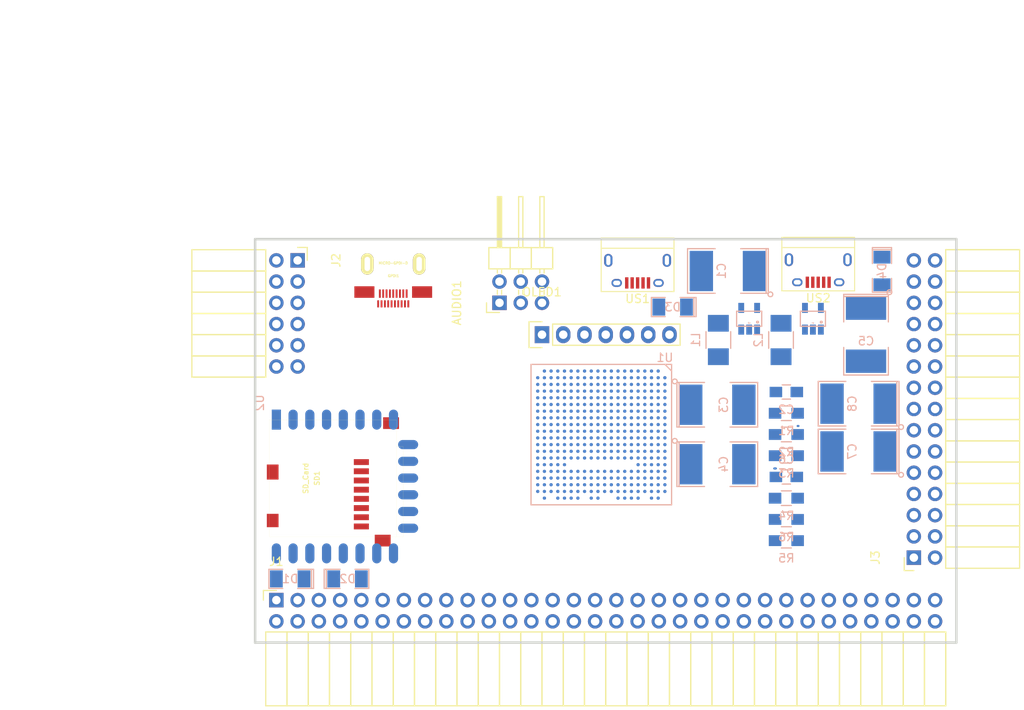
<source format=kicad_pcb>
(kicad_pcb (version 4) (host pcbnew 4.0.5+dfsg1-4)

  (general
    (links 286)
    (no_connects 285)
    (area 93.949999 61.269999 178.070001 109.830001)
    (thickness 1.6)
    (drawings 16)
    (tracks 3)
    (zones 0)
    (modules 33)
    (nets 82)
  )

  (page A4)
  (layers
    (0 F.Cu signal)
    (1 In1.Cu signal)
    (2 In2.Cu signal)
    (31 B.Cu signal)
    (32 B.Adhes user)
    (33 F.Adhes user)
    (34 B.Paste user)
    (35 F.Paste user)
    (36 B.SilkS user)
    (37 F.SilkS user)
    (38 B.Mask user)
    (39 F.Mask user)
    (40 Dwgs.User user)
    (41 Cmts.User user)
    (42 Eco1.User user)
    (43 Eco2.User user)
    (44 Edge.Cuts user)
    (45 Margin user)
    (46 B.CrtYd user)
    (47 F.CrtYd user)
    (48 B.Fab user)
    (49 F.Fab user)
  )

  (setup
    (last_trace_width 0.25)
    (trace_clearance 0.2)
    (zone_clearance 0.508)
    (zone_45_only no)
    (trace_min 0.2)
    (segment_width 0.2)
    (edge_width 0.2)
    (via_size 0.6)
    (via_drill 0.4)
    (via_min_size 0.4)
    (via_min_drill 0.3)
    (uvia_size 0.3)
    (uvia_drill 0.1)
    (uvias_allowed yes)
    (uvia_min_size 0.2)
    (uvia_min_drill 0.1)
    (pcb_text_width 0.3)
    (pcb_text_size 1.5 1.5)
    (mod_edge_width 0.15)
    (mod_text_size 1 1)
    (mod_text_width 0.15)
    (pad_size 1.524 1.524)
    (pad_drill 0.762)
    (pad_to_mask_clearance 0.2)
    (aux_axis_origin 82.67 62.69)
    (grid_origin 86.48 79.2)
    (visible_elements 7FFFFFFF)
    (pcbplotparams
      (layerselection 0x00030_80000001)
      (usegerberextensions false)
      (excludeedgelayer true)
      (linewidth 0.100000)
      (plotframeref false)
      (viasonmask false)
      (mode 1)
      (useauxorigin false)
      (hpglpennumber 1)
      (hpglpenspeed 20)
      (hpglpendiameter 15)
      (hpglpenoverlay 2)
      (psnegative false)
      (psa4output false)
      (plotreference true)
      (plotvalue true)
      (plotinvisibletext false)
      (padsonsilk false)
      (subtractmaskfromsilk false)
      (outputformat 1)
      (mirror false)
      (drillshape 1)
      (scaleselection 1)
      (outputdirectory ""))
  )

  (net 0 "")
  (net 1 GND)
  (net 2 /TDI)
  (net 3 /TCK)
  (net 4 /TMS)
  (net 5 /TDO)
  (net 6 +5V)
  (net 7 /USB5V)
  (net 8 "Net-(D4-Pad1)")
  (net 9 /gpio/IN5V)
  (net 10 /gpio/OUT5V)
  (net 11 /gpio/P5)
  (net 12 /gpio/P6)
  (net 13 /gpio/P7)
  (net 14 /gpio/P8)
  (net 15 /gpio/P11)
  (net 16 /gpio/P12)
  (net 17 /gpio/P13)
  (net 18 /gpio/P14)
  (net 19 /gpio/P17)
  (net 20 /gpio/P18)
  (net 21 /gpio/P19)
  (net 22 /gpio/P20)
  (net 23 /gpio/P21)
  (net 24 /gpio/P22)
  (net 25 /gpio/P23)
  (net 26 /gpio/P24)
  (net 27 /gpio/P25)
  (net 28 /gpio/P26)
  (net 29 /gpio/P27)
  (net 30 /gpio/P28)
  (net 31 /gpio/P29)
  (net 32 /gpio/P30)
  (net 33 /SD_3)
  (net 34 /MTMS)
  (net 35 /MTCK)
  (net 36 /MTDO)
  (net 37 /MTDI)
  (net 38 /gpio/P9)
  (net 39 /gpio/P10)
  (net 40 "Net-(US1-Pad6)")
  (net 41 "Net-(US2-Pad6)")
  (net 42 /gpio/P15)
  (net 43 /gpio/P16)
  (net 44 /gpio/P31)
  (net 45 /gpio/P32)
  (net 46 /gpio/P33)
  (net 47 /gpio/P34)
  (net 48 /gpio/P35)
  (net 49 /gpio/P36)
  (net 50 /gpio/P37)
  (net 51 /gpio/P38)
  (net 52 /gpio/P39)
  (net 53 /gpio/P40)
  (net 54 /gpio/P41)
  (net 55 /gpio/P42)
  (net 56 /gpio/P43)
  (net 57 /gpio/P44)
  (net 58 /gpio/P45)
  (net 59 /gpio/P46)
  (net 60 /gpio/P47)
  (net 61 /gpio/P48)
  (net 62 /gpio/P49)
  (net 63 /gpio/P50)
  (net 64 /gpio/P51)
  (net 65 /gpio/P52)
  (net 66 /gpio/P53)
  (net 67 /gpio/P54)
  (net 68 /gpio/P55)
  (net 69 /gpio/P56)
  (net 70 /gpio/P57)
  (net 71 /gpio/P58)
  (net 72 /gpio/P59)
  (net 73 /gpio/P60)
  (net 74 +3V3)
  (net 75 "Net-(L1-Pad1)")
  (net 76 "Net-(R1-Pad2)")
  (net 77 "Net-(L2-Pad1)")
  (net 78 "Net-(R4-Pad2)")
  (net 79 +1V2)
  (net 80 "Net-(C2-Pad2)")
  (net 81 "Net-(C6-Pad2)")

  (net_class Default "This is the default net class."
    (clearance 0.2)
    (trace_width 0.25)
    (via_dia 0.6)
    (via_drill 0.4)
    (uvia_dia 0.3)
    (uvia_drill 0.1)
    (add_net +1V2)
    (add_net +3V3)
    (add_net +5V)
    (add_net /MTCK)
    (add_net /MTDI)
    (add_net /MTDO)
    (add_net /MTMS)
    (add_net /SD_3)
    (add_net /TCK)
    (add_net /TDI)
    (add_net /TDO)
    (add_net /TMS)
    (add_net /USB5V)
    (add_net /gpio/IN5V)
    (add_net /gpio/OUT5V)
    (add_net /gpio/P10)
    (add_net /gpio/P11)
    (add_net /gpio/P12)
    (add_net /gpio/P13)
    (add_net /gpio/P14)
    (add_net /gpio/P15)
    (add_net /gpio/P16)
    (add_net /gpio/P17)
    (add_net /gpio/P18)
    (add_net /gpio/P19)
    (add_net /gpio/P20)
    (add_net /gpio/P21)
    (add_net /gpio/P22)
    (add_net /gpio/P23)
    (add_net /gpio/P24)
    (add_net /gpio/P25)
    (add_net /gpio/P26)
    (add_net /gpio/P27)
    (add_net /gpio/P28)
    (add_net /gpio/P29)
    (add_net /gpio/P30)
    (add_net /gpio/P31)
    (add_net /gpio/P32)
    (add_net /gpio/P33)
    (add_net /gpio/P34)
    (add_net /gpio/P35)
    (add_net /gpio/P36)
    (add_net /gpio/P37)
    (add_net /gpio/P38)
    (add_net /gpio/P39)
    (add_net /gpio/P40)
    (add_net /gpio/P41)
    (add_net /gpio/P42)
    (add_net /gpio/P43)
    (add_net /gpio/P44)
    (add_net /gpio/P45)
    (add_net /gpio/P46)
    (add_net /gpio/P47)
    (add_net /gpio/P48)
    (add_net /gpio/P49)
    (add_net /gpio/P5)
    (add_net /gpio/P50)
    (add_net /gpio/P51)
    (add_net /gpio/P52)
    (add_net /gpio/P53)
    (add_net /gpio/P54)
    (add_net /gpio/P55)
    (add_net /gpio/P56)
    (add_net /gpio/P57)
    (add_net /gpio/P58)
    (add_net /gpio/P59)
    (add_net /gpio/P6)
    (add_net /gpio/P60)
    (add_net /gpio/P7)
    (add_net /gpio/P8)
    (add_net /gpio/P9)
    (add_net "Net-(C2-Pad2)")
    (add_net "Net-(C6-Pad2)")
    (add_net "Net-(D4-Pad1)")
    (add_net "Net-(L1-Pad1)")
    (add_net "Net-(L2-Pad1)")
    (add_net "Net-(R1-Pad2)")
    (add_net "Net-(R4-Pad2)")
    (add_net "Net-(US1-Pad6)")
    (add_net "Net-(US2-Pad6)")
  )

  (net_class BGA ""
    (clearance 0.1)
    (trace_width 0.2)
    (via_dia 0.6)
    (via_drill 0.4)
    (uvia_dia 0.3)
    (uvia_drill 0.1)
    (add_net GND)
  )

  (module SMD_Packages:SMD-1206_Pol (layer B.Cu) (tedit 0) (tstamp 56AA106E)
    (at 105.149 102.06)
    (path /56AC389C/56AC4846)
    (attr smd)
    (fp_text reference D2 (at 0 0) (layer B.SilkS)
      (effects (font (size 1 1) (thickness 0.15)) (justify mirror))
    )
    (fp_text value 2A (at 0 0) (layer B.Fab)
      (effects (font (size 1 1) (thickness 0.15)) (justify mirror))
    )
    (fp_line (start -2.54 1.143) (end -2.794 1.143) (layer B.SilkS) (width 0.15))
    (fp_line (start -2.794 1.143) (end -2.794 -1.143) (layer B.SilkS) (width 0.15))
    (fp_line (start -2.794 -1.143) (end -2.54 -1.143) (layer B.SilkS) (width 0.15))
    (fp_line (start -2.54 1.143) (end -2.54 -1.143) (layer B.SilkS) (width 0.15))
    (fp_line (start -2.54 -1.143) (end -0.889 -1.143) (layer B.SilkS) (width 0.15))
    (fp_line (start 0.889 1.143) (end 2.54 1.143) (layer B.SilkS) (width 0.15))
    (fp_line (start 2.54 1.143) (end 2.54 -1.143) (layer B.SilkS) (width 0.15))
    (fp_line (start 2.54 -1.143) (end 0.889 -1.143) (layer B.SilkS) (width 0.15))
    (fp_line (start -0.889 1.143) (end -2.54 1.143) (layer B.SilkS) (width 0.15))
    (pad 1 smd rect (at -1.651 0) (size 1.524 2.032) (layers B.Cu B.Paste B.Mask)
      (net 10 /gpio/OUT5V))
    (pad 2 smd rect (at 1.651 0) (size 1.524 2.032) (layers B.Cu B.Paste B.Mask))
    (model SMD_Packages.3dshapes/SMD-1206_Pol.wrl
      (at (xyz 0 0 0))
      (scale (xyz 0.17 0.16 0.16))
      (rotate (xyz 0 0 0))
    )
  )

  (module SMD_Packages:SMD-1206_Pol (layer B.Cu) (tedit 0) (tstamp 56AA1068)
    (at 98.291 102.06 180)
    (path /56AC389C/56AC483B)
    (attr smd)
    (fp_text reference D1 (at 0 0 180) (layer B.SilkS)
      (effects (font (size 1 1) (thickness 0.15)) (justify mirror))
    )
    (fp_text value 2A (at 0 0 180) (layer B.Fab)
      (effects (font (size 1 1) (thickness 0.15)) (justify mirror))
    )
    (fp_line (start -2.54 1.143) (end -2.794 1.143) (layer B.SilkS) (width 0.15))
    (fp_line (start -2.794 1.143) (end -2.794 -1.143) (layer B.SilkS) (width 0.15))
    (fp_line (start -2.794 -1.143) (end -2.54 -1.143) (layer B.SilkS) (width 0.15))
    (fp_line (start -2.54 1.143) (end -2.54 -1.143) (layer B.SilkS) (width 0.15))
    (fp_line (start -2.54 -1.143) (end -0.889 -1.143) (layer B.SilkS) (width 0.15))
    (fp_line (start 0.889 1.143) (end 2.54 1.143) (layer B.SilkS) (width 0.15))
    (fp_line (start 2.54 1.143) (end 2.54 -1.143) (layer B.SilkS) (width 0.15))
    (fp_line (start 2.54 -1.143) (end 0.889 -1.143) (layer B.SilkS) (width 0.15))
    (fp_line (start -0.889 1.143) (end -2.54 1.143) (layer B.SilkS) (width 0.15))
    (pad 1 smd rect (at -1.651 0 180) (size 1.524 2.032) (layers B.Cu B.Paste B.Mask)
      (net 6 +5V))
    (pad 2 smd rect (at 1.651 0 180) (size 1.524 2.032) (layers B.Cu B.Paste B.Mask)
      (net 9 /gpio/IN5V))
    (model SMD_Packages.3dshapes/SMD-1206_Pol.wrl
      (at (xyz 0 0 0))
      (scale (xyz 0.17 0.16 0.16))
      (rotate (xyz 0 0 0))
    )
  )

  (module SMD_Packages:SMD-1206_Pol (layer B.Cu) (tedit 0) (tstamp 56A9E514)
    (at 169.03 65.23 270)
    (path /56AA2821)
    (attr smd)
    (fp_text reference D4 (at 0 0 270) (layer B.SilkS)
      (effects (font (size 1 1) (thickness 0.15)) (justify mirror))
    )
    (fp_text value 2A (at 0 0 270) (layer B.Fab)
      (effects (font (size 1 1) (thickness 0.15)) (justify mirror))
    )
    (fp_line (start -2.54 1.143) (end -2.794 1.143) (layer B.SilkS) (width 0.15))
    (fp_line (start -2.794 1.143) (end -2.794 -1.143) (layer B.SilkS) (width 0.15))
    (fp_line (start -2.794 -1.143) (end -2.54 -1.143) (layer B.SilkS) (width 0.15))
    (fp_line (start -2.54 1.143) (end -2.54 -1.143) (layer B.SilkS) (width 0.15))
    (fp_line (start -2.54 -1.143) (end -0.889 -1.143) (layer B.SilkS) (width 0.15))
    (fp_line (start 0.889 1.143) (end 2.54 1.143) (layer B.SilkS) (width 0.15))
    (fp_line (start 2.54 1.143) (end 2.54 -1.143) (layer B.SilkS) (width 0.15))
    (fp_line (start 2.54 -1.143) (end 0.889 -1.143) (layer B.SilkS) (width 0.15))
    (fp_line (start -0.889 1.143) (end -2.54 1.143) (layer B.SilkS) (width 0.15))
    (pad 1 smd rect (at -1.651 0 270) (size 1.524 2.032) (layers B.Cu B.Paste B.Mask)
      (net 8 "Net-(D4-Pad1)"))
    (pad 2 smd rect (at 1.651 0 270) (size 1.524 2.032) (layers B.Cu B.Paste B.Mask)
      (net 6 +5V))
    (model SMD_Packages.3dshapes/SMD-1206_Pol.wrl
      (at (xyz 0 0 0))
      (scale (xyz 0.17 0.16 0.16))
      (rotate (xyz 0 0 0))
    )
  )

  (module SMD_Packages:SMD-1206_Pol (layer B.Cu) (tedit 0) (tstamp 56A9E50E)
    (at 144.011 69.548 180)
    (path /56AA1324)
    (attr smd)
    (fp_text reference D3 (at 0 0 180) (layer B.SilkS)
      (effects (font (size 1 1) (thickness 0.15)) (justify mirror))
    )
    (fp_text value 2A (at 0 0 180) (layer B.Fab)
      (effects (font (size 1 1) (thickness 0.15)) (justify mirror))
    )
    (fp_line (start -2.54 1.143) (end -2.794 1.143) (layer B.SilkS) (width 0.15))
    (fp_line (start -2.794 1.143) (end -2.794 -1.143) (layer B.SilkS) (width 0.15))
    (fp_line (start -2.794 -1.143) (end -2.54 -1.143) (layer B.SilkS) (width 0.15))
    (fp_line (start -2.54 1.143) (end -2.54 -1.143) (layer B.SilkS) (width 0.15))
    (fp_line (start -2.54 -1.143) (end -0.889 -1.143) (layer B.SilkS) (width 0.15))
    (fp_line (start 0.889 1.143) (end 2.54 1.143) (layer B.SilkS) (width 0.15))
    (fp_line (start 2.54 1.143) (end 2.54 -1.143) (layer B.SilkS) (width 0.15))
    (fp_line (start 2.54 -1.143) (end 0.889 -1.143) (layer B.SilkS) (width 0.15))
    (fp_line (start -0.889 1.143) (end -2.54 1.143) (layer B.SilkS) (width 0.15))
    (pad 1 smd rect (at -1.651 0 180) (size 1.524 2.032) (layers B.Cu B.Paste B.Mask)
      (net 6 +5V))
    (pad 2 smd rect (at 1.651 0 180) (size 1.524 2.032) (layers B.Cu B.Paste B.Mask)
      (net 7 /USB5V))
    (model SMD_Packages.3dshapes/SMD-1206_Pol.wrl
      (at (xyz 0 0 0))
      (scale (xyz 0.17 0.16 0.16))
      (rotate (xyz 0 0 0))
    )
  )

  (module micro-sd:MicroSD_TF02D (layer F.Cu) (tedit 52721666) (tstamp 56A966AB)
    (at 95.8 90.03 90)
    (path /56ACBF19)
    (fp_text reference SD1 (at 0 5.7 90) (layer F.SilkS)
      (effects (font (size 0.59944 0.59944) (thickness 0.12446)))
    )
    (fp_text value SD_Card (at 0 4.35 90) (layer F.SilkS)
      (effects (font (size 0.59944 0.59944) (thickness 0.12446)))
    )
    (fp_line (start 3.8 15.2) (end 3.8 16) (layer F.SilkS) (width 0.01016))
    (fp_line (start 3.8 16) (end -7 16) (layer F.SilkS) (width 0.01016))
    (fp_line (start -7 16) (end -7 15.2) (layer F.SilkS) (width 0.01016))
    (fp_line (start 7 0) (end 7 15.2) (layer F.SilkS) (width 0.01016))
    (fp_line (start 7 15.2) (end -7 15.2) (layer F.SilkS) (width 0.01016))
    (fp_line (start -7 15.2) (end -7 0) (layer F.SilkS) (width 0.01016))
    (fp_line (start -7 0) (end 7 0) (layer F.SilkS) (width 0.01016))
    (pad 1 smd rect (at 1.94 11 90) (size 0.7 1.8) (layers F.Cu F.Paste F.Mask)
      (net 33 /SD_3))
    (pad 2 smd rect (at 0.84 11 90) (size 0.7 1.8) (layers F.Cu F.Paste F.Mask)
      (net 34 /MTMS))
    (pad 3 smd rect (at -0.26 11 90) (size 0.7 1.8) (layers F.Cu F.Paste F.Mask)
      (net 1 GND))
    (pad 4 smd rect (at -1.36 11 90) (size 0.7 1.8) (layers F.Cu F.Paste F.Mask)
      (net 74 +3V3))
    (pad 5 smd rect (at -2.46 11 90) (size 0.7 1.8) (layers F.Cu F.Paste F.Mask)
      (net 35 /MTCK))
    (pad 6 smd rect (at -3.56 11 90) (size 0.7 1.8) (layers F.Cu F.Paste F.Mask)
      (net 1 GND))
    (pad 7 smd rect (at -4.66 11 90) (size 0.7 1.8) (layers F.Cu F.Paste F.Mask)
      (net 36 /MTDO))
    (pad 8 smd rect (at -5.76 11 90) (size 0.7 1.8) (layers F.Cu F.Paste F.Mask)
      (net 37 /MTDI))
    (pad S smd rect (at -5.05 0.4 90) (size 1.6 1.4) (layers F.Cu F.Paste F.Mask))
    (pad S smd rect (at 0.75 0.4 90) (size 1.8 1.4) (layers F.Cu F.Paste F.Mask))
    (pad G smd rect (at -7.45 13.55 90) (size 1.4 1.9) (layers F.Cu F.Paste F.Mask))
    (pad G smd rect (at 6.6 14.55 90) (size 1.4 1.9) (layers F.Cu F.Paste F.Mask))
  )

  (module micro-hdmi-d:MICRO-HDMI-D (layer F.Cu) (tedit 53F70906) (tstamp 56A965BA)
    (at 110.61 62.69 180)
    (path /56ACD5D4)
    (attr smd)
    (fp_text reference GPDI1 (at -0.025 -3.125 180) (layer F.SilkS)
      (effects (font (size 0.3 0.3) (thickness 0.075)))
    )
    (fp_text value MICRO-GPDI-D (at 0 -1.6 180) (layer F.SilkS)
      (effects (font (size 0.3 0.3) (thickness 0.075)))
    )
    (fp_line (start -3.3 0) (end -3.3 0.7) (layer F.SilkS) (width 0.001))
    (fp_line (start -3.3 0.7) (end 3.3 0.7) (layer F.SilkS) (width 0.001))
    (fp_line (start 3.3 0.7) (end 3.3 0) (layer F.SilkS) (width 0.001))
    (fp_line (start -3.3 0) (end -3.3 -6.8) (layer F.SilkS) (width 0.001))
    (fp_line (start -3.3 -6.8) (end 3.3 -6.8) (layer F.SilkS) (width 0.001))
    (fp_line (start 3.3 -6.8) (end 3.3 0) (layer F.SilkS) (width 0.001))
    (fp_line (start 3.3 0) (end -3.3 0) (layer F.SilkS) (width 0.001))
    (pad 1 smd rect (at 1.8 -6.475 180) (size 0.23 0.85) (layers F.Cu F.Paste F.Mask))
    (pad 3 smd rect (at 1.4 -6.475 180) (size 0.23 0.85) (layers F.Cu F.Paste F.Mask))
    (pad 5 smd rect (at 1 -6.475 180) (size 0.23 0.85) (layers F.Cu F.Paste F.Mask))
    (pad 7 smd rect (at 0.6 -6.475 180) (size 0.23 0.85) (layers F.Cu F.Paste F.Mask)
      (net 1 GND))
    (pad 9 smd rect (at 0.2 -6.475 180) (size 0.23 0.85) (layers F.Cu F.Paste F.Mask))
    (pad 11 smd rect (at -0.2 -6.475 180) (size 0.23 0.85) (layers F.Cu F.Paste F.Mask))
    (pad 13 smd rect (at -0.6 -6.475 180) (size 0.23 0.85) (layers F.Cu F.Paste F.Mask)
      (net 1 GND))
    (pad 15 smd rect (at -1 -6.475 180) (size 0.23 0.85) (layers F.Cu F.Paste F.Mask))
    (pad 17 smd rect (at -1.4 -6.475 180) (size 0.23 0.85) (layers F.Cu F.Paste F.Mask))
    (pad 19 smd rect (at -1.8 -6.475 180) (size 0.23 0.85) (layers F.Cu F.Paste F.Mask)
      (net 6 +5V))
    (pad 2 smd rect (at 1.6 -5.25 180) (size 0.23 1) (layers F.Cu F.Paste F.Mask))
    (pad 4 smd rect (at 1.2 -5.25 180) (size 0.23 1) (layers F.Cu F.Paste F.Mask)
      (net 1 GND))
    (pad 6 smd rect (at 0.8 -5.25 180) (size 0.23 1) (layers F.Cu F.Paste F.Mask))
    (pad 8 smd rect (at 0.4 -5.25 180) (size 0.23 1) (layers F.Cu F.Paste F.Mask))
    (pad 10 smd rect (at 0 -5.25 180) (size 0.23 1) (layers F.Cu F.Paste F.Mask)
      (net 1 GND))
    (pad 12 smd rect (at -0.4 -5.25 180) (size 0.23 1) (layers F.Cu F.Paste F.Mask))
    (pad 14 smd rect (at -0.8 -5.25 180) (size 0.23 1) (layers F.Cu F.Paste F.Mask))
    (pad 16 smd rect (at -1.2 -5.25 180) (size 0.23 1) (layers F.Cu F.Paste F.Mask)
      (net 1 GND))
    (pad 18 smd rect (at -1.6 -5.25 180) (size 0.23 1) (layers F.Cu F.Paste F.Mask))
    (pad SHD smd rect (at 3.45 -5.06 180) (size 2.4 1.38) (layers F.Cu F.Paste F.Mask)
      (net 1 GND))
    (pad SHD smd rect (at -3.45 -5.06 180) (size 2.4 1.38) (layers F.Cu F.Paste F.Mask)
      (net 1 GND))
    (pad "" thru_hole oval (at -3.1 -1.7 180) (size 1.5 2.55) (drill oval 0.65 1.7) (layers *.Cu *.Mask F.SilkS))
    (pad "" thru_hole oval (at 3.1 -1.7 180) (size 1.5 2.55) (drill oval 0.65 1.7) (layers *.Cu *.Mask F.SilkS))
  )

  (module ESP8266:ESP-12E (layer B.Cu) (tedit 559F8D21) (tstamp 56A95491)
    (at 96.64 83.01 270)
    (descr "Module, ESP-8266, ESP-12, 16 pad, SMD")
    (tags "Module ESP-8266 ESP8266")
    (path /56AC980A)
    (fp_text reference U2 (at -2 2 270) (layer B.SilkS)
      (effects (font (size 1 1) (thickness 0.15)) (justify mirror))
    )
    (fp_text value ESP-12E (at 8 -1 270) (layer B.Fab)
      (effects (font (size 1 1) (thickness 0.15)) (justify mirror))
    )
    (fp_line (start 16 8.4) (end 0 2.6) (layer B.CrtYd) (width 0.1524))
    (fp_line (start 0 8.4) (end 16 2.6) (layer B.CrtYd) (width 0.1524))
    (fp_text user "No Copper" (at 7.9 5.4 270) (layer B.CrtYd)
      (effects (font (size 1 1) (thickness 0.15)) (justify mirror))
    )
    (fp_line (start 0 8.4) (end 0 2.6) (layer B.CrtYd) (width 0.1524))
    (fp_line (start 0 2.6) (end 16 2.6) (layer B.CrtYd) (width 0.1524))
    (fp_line (start 16 2.6) (end 16 8.4) (layer B.CrtYd) (width 0.1524))
    (fp_line (start 16 8.4) (end 0 8.4) (layer B.CrtYd) (width 0.1524))
    (fp_line (start 16 8.4) (end 16 -15.6) (layer B.Fab) (width 0.1524))
    (fp_line (start 16 -15.6) (end 0 -15.6) (layer B.Fab) (width 0.1524))
    (fp_line (start 0 -15.6) (end 0 8.4) (layer B.Fab) (width 0.1524))
    (fp_line (start 0 8.4) (end 16 8.4) (layer B.Fab) (width 0.1524))
    (pad 9 smd oval (at 2.99 -15.75 180) (size 2.4 1.1) (layers B.Cu B.Paste B.Mask)
      (net 36 /MTDO))
    (pad 10 smd oval (at 4.99 -15.75 180) (size 2.4 1.1) (layers B.Cu B.Paste B.Mask)
      (net 37 /MTDI))
    (pad 11 smd oval (at 6.99 -15.75 180) (size 2.4 1.1) (layers B.Cu B.Paste B.Mask)
      (net 33 /SD_3))
    (pad 12 smd oval (at 8.99 -15.75 180) (size 2.4 1.1) (layers B.Cu B.Paste B.Mask)
      (net 34 /MTMS))
    (pad 13 smd oval (at 10.99 -15.75 180) (size 2.4 1.1) (layers B.Cu B.Paste B.Mask)
      (net 35 /MTCK))
    (pad 14 smd oval (at 12.99 -15.75 180) (size 2.4 1.1) (layers B.Cu B.Paste B.Mask))
    (pad 1 smd rect (at 0 0 270) (size 2.4 1.1) (layers B.Cu B.Paste B.Mask))
    (pad 2 smd oval (at 0 -2 270) (size 2.4 1.1) (layers B.Cu B.Paste B.Mask))
    (pad 3 smd oval (at 0 -4 270) (size 2.4 1.1) (layers B.Cu B.Paste B.Mask))
    (pad 4 smd oval (at 0 -6 270) (size 2.4 1.1) (layers B.Cu B.Paste B.Mask)
      (net 2 /TDI))
    (pad 5 smd oval (at 0 -8 270) (size 2.4 1.1) (layers B.Cu B.Paste B.Mask)
      (net 5 /TDO))
    (pad 6 smd oval (at 0 -10 270) (size 2.4 1.1) (layers B.Cu B.Paste B.Mask)
      (net 3 /TCK))
    (pad 7 smd oval (at 0 -12 270) (size 2.4 1.1) (layers B.Cu B.Paste B.Mask)
      (net 4 /TMS))
    (pad 8 smd oval (at 0 -14 270) (size 2.4 1.1) (layers B.Cu B.Paste B.Mask)
      (net 74 +3V3))
    (pad 15 smd oval (at 16 -14 270) (size 2.4 1.1) (layers B.Cu B.Paste B.Mask)
      (net 1 GND))
    (pad 16 smd oval (at 16 -12 270) (size 2.4 1.1) (layers B.Cu B.Paste B.Mask))
    (pad 17 smd oval (at 16 -10 270) (size 2.4 1.1) (layers B.Cu B.Paste B.Mask))
    (pad 18 smd oval (at 16 -8 270) (size 2.4 1.1) (layers B.Cu B.Paste B.Mask))
    (pad 19 smd oval (at 16 -6 270) (size 2.4 1.1) (layers B.Cu B.Paste B.Mask))
    (pad 20 smd oval (at 16 -4 270) (size 2.4 1.1) (layers B.Cu B.Paste B.Mask))
    (pad 21 smd oval (at 16 -2 270) (size 2.4 1.1) (layers B.Cu B.Paste B.Mask))
    (pad 22 smd oval (at 16 0 270) (size 2.4 1.1) (layers B.Cu B.Paste B.Mask))
    (model ${ESPLIB}/ESP8266.3dshapes/ESP-12.wrl
      (at (xyz 0.04 0 0))
      (scale (xyz 0.3937 0.3937 0.3937))
      (rotate (xyz 0 0 0))
    )
  )

  (module usb_otg:USB_Micro-B (layer F.Cu) (tedit 5543E447) (tstamp 58D43115)
    (at 139.82 65.31 180)
    (descr "Micro USB Type B Receptacle")
    (tags "USB USB_B USB_micro USB_OTG")
    (path /58D432CE)
    (attr smd)
    (fp_text reference US1 (at 0 -3.24 180) (layer F.SilkS)
      (effects (font (size 1 1) (thickness 0.15)))
    )
    (fp_text value USB_FTDI (at 0 5.01 180) (layer F.Fab)
      (effects (font (size 1 1) (thickness 0.15)))
    )
    (fp_line (start -4.6 -2.59) (end 4.6 -2.59) (layer F.CrtYd) (width 0.05))
    (fp_line (start 4.6 -2.59) (end 4.6 4.26) (layer F.CrtYd) (width 0.05))
    (fp_line (start 4.6 4.26) (end -4.6 4.26) (layer F.CrtYd) (width 0.05))
    (fp_line (start -4.6 4.26) (end -4.6 -2.59) (layer F.CrtYd) (width 0.05))
    (fp_line (start -4.35 4.03) (end 4.35 4.03) (layer F.SilkS) (width 0.12))
    (fp_line (start -4.35 -2.38) (end 4.35 -2.38) (layer F.SilkS) (width 0.12))
    (fp_line (start 4.35 -2.38) (end 4.35 4.03) (layer F.SilkS) (width 0.12))
    (fp_line (start 4.35 2.8) (end -4.35 2.8) (layer F.SilkS) (width 0.12))
    (fp_line (start -4.35 4.03) (end -4.35 -2.38) (layer F.SilkS) (width 0.12))
    (pad 1 smd rect (at -1.3 -1.35 270) (size 1.35 0.4) (layers F.Cu F.Paste F.Mask)
      (net 7 /USB5V))
    (pad 2 smd rect (at -0.65 -1.35 270) (size 1.35 0.4) (layers F.Cu F.Paste F.Mask))
    (pad 3 smd rect (at 0 -1.35 270) (size 1.35 0.4) (layers F.Cu F.Paste F.Mask))
    (pad 4 smd rect (at 0.65 -1.35 270) (size 1.35 0.4) (layers F.Cu F.Paste F.Mask))
    (pad 5 smd rect (at 1.3 -1.35 270) (size 1.35 0.4) (layers F.Cu F.Paste F.Mask)
      (net 1 GND))
    (pad 6 thru_hole oval (at -2.5 -1.35 270) (size 0.95 1.25) (drill oval 0.55 0.85) (layers *.Cu *.Mask)
      (net 40 "Net-(US1-Pad6)"))
    (pad 6 thru_hole oval (at 2.5 -1.35 270) (size 0.95 1.25) (drill oval 0.55 0.85) (layers *.Cu *.Mask)
      (net 40 "Net-(US1-Pad6)"))
    (pad 6 thru_hole oval (at -3.5 1.35 270) (size 1.55 1) (drill oval 1.15 0.5) (layers *.Cu *.Mask)
      (net 40 "Net-(US1-Pad6)"))
    (pad 6 thru_hole oval (at 3.5 1.35 270) (size 1.55 1) (drill oval 1.15 0.5) (layers *.Cu *.Mask)
      (net 40 "Net-(US1-Pad6)"))
  )

  (module usb_otg:USB_Micro-B (layer F.Cu) (tedit 5543E447) (tstamp 58D43122)
    (at 161.41 65.23 180)
    (descr "Micro USB Type B Receptacle")
    (tags "USB USB_B USB_micro USB_OTG")
    (path /58D4378B)
    (attr smd)
    (fp_text reference US2 (at 0 -3.24 180) (layer F.SilkS)
      (effects (font (size 1 1) (thickness 0.15)))
    )
    (fp_text value USB_FPGA (at 0 5.01 180) (layer F.Fab)
      (effects (font (size 1 1) (thickness 0.15)))
    )
    (fp_line (start -4.6 -2.59) (end 4.6 -2.59) (layer F.CrtYd) (width 0.05))
    (fp_line (start 4.6 -2.59) (end 4.6 4.26) (layer F.CrtYd) (width 0.05))
    (fp_line (start 4.6 4.26) (end -4.6 4.26) (layer F.CrtYd) (width 0.05))
    (fp_line (start -4.6 4.26) (end -4.6 -2.59) (layer F.CrtYd) (width 0.05))
    (fp_line (start -4.35 4.03) (end 4.35 4.03) (layer F.SilkS) (width 0.12))
    (fp_line (start -4.35 -2.38) (end 4.35 -2.38) (layer F.SilkS) (width 0.12))
    (fp_line (start 4.35 -2.38) (end 4.35 4.03) (layer F.SilkS) (width 0.12))
    (fp_line (start 4.35 2.8) (end -4.35 2.8) (layer F.SilkS) (width 0.12))
    (fp_line (start -4.35 4.03) (end -4.35 -2.38) (layer F.SilkS) (width 0.12))
    (pad 1 smd rect (at -1.3 -1.35 270) (size 1.35 0.4) (layers F.Cu F.Paste F.Mask)
      (net 8 "Net-(D4-Pad1)"))
    (pad 2 smd rect (at -0.65 -1.35 270) (size 1.35 0.4) (layers F.Cu F.Paste F.Mask))
    (pad 3 smd rect (at 0 -1.35 270) (size 1.35 0.4) (layers F.Cu F.Paste F.Mask))
    (pad 4 smd rect (at 0.65 -1.35 270) (size 1.35 0.4) (layers F.Cu F.Paste F.Mask))
    (pad 5 smd rect (at 1.3 -1.35 270) (size 1.35 0.4) (layers F.Cu F.Paste F.Mask)
      (net 1 GND))
    (pad 6 thru_hole oval (at -2.5 -1.35 270) (size 0.95 1.25) (drill oval 0.55 0.85) (layers *.Cu *.Mask)
      (net 41 "Net-(US2-Pad6)"))
    (pad 6 thru_hole oval (at 2.5 -1.35 270) (size 0.95 1.25) (drill oval 0.55 0.85) (layers *.Cu *.Mask)
      (net 41 "Net-(US2-Pad6)"))
    (pad 6 thru_hole oval (at -3.5 1.35 270) (size 1.55 1) (drill oval 1.15 0.5) (layers *.Cu *.Mask)
      (net 41 "Net-(US2-Pad6)"))
    (pad 6 thru_hole oval (at 3.5 1.35 270) (size 1.55 1) (drill oval 1.15 0.5) (layers *.Cu *.Mask)
      (net 41 "Net-(US2-Pad6)"))
  )

  (module Socket_Strips:Socket_Strip_Angled_2x32 (layer F.Cu) (tedit 0) (tstamp 58D4E99D)
    (at 96.64 104.6)
    (descr "Through hole socket strip")
    (tags "socket strip")
    (path /56AC389C/58D39D36)
    (fp_text reference J1 (at 0 -4.6) (layer F.SilkS)
      (effects (font (size 1 1) (thickness 0.15)))
    )
    (fp_text value CONN_02X32 (at 0 -2.6) (layer F.Fab)
      (effects (font (size 1 1) (thickness 0.15)))
    )
    (fp_line (start -1.75 -1.35) (end -1.75 13.15) (layer F.CrtYd) (width 0.05))
    (fp_line (start 80.5 -1.35) (end 80.5 13.15) (layer F.CrtYd) (width 0.05))
    (fp_line (start -1.75 -1.35) (end 80.5 -1.35) (layer F.CrtYd) (width 0.05))
    (fp_line (start -1.75 13.15) (end 80.5 13.15) (layer F.CrtYd) (width 0.05))
    (fp_line (start 80.01 3.81) (end 80.01 12.64) (layer F.SilkS) (width 0.15))
    (fp_line (start 77.47 3.81) (end 80.01 3.81) (layer F.SilkS) (width 0.15))
    (fp_line (start 77.47 12.64) (end 80.01 12.64) (layer F.SilkS) (width 0.15))
    (fp_line (start 80.01 12.64) (end 80.01 3.81) (layer F.SilkS) (width 0.15))
    (fp_line (start 77.47 12.64) (end 77.47 3.81) (layer F.SilkS) (width 0.15))
    (fp_line (start 74.93 12.64) (end 77.47 12.64) (layer F.SilkS) (width 0.15))
    (fp_line (start 74.93 3.81) (end 77.47 3.81) (layer F.SilkS) (width 0.15))
    (fp_line (start 77.47 3.81) (end 77.47 12.64) (layer F.SilkS) (width 0.15))
    (fp_line (start 54.61 12.64) (end 54.61 3.81) (layer F.SilkS) (width 0.15))
    (fp_line (start 52.07 12.64) (end 54.61 12.64) (layer F.SilkS) (width 0.15))
    (fp_line (start 52.07 3.81) (end 54.61 3.81) (layer F.SilkS) (width 0.15))
    (fp_line (start 54.61 3.81) (end 54.61 12.64) (layer F.SilkS) (width 0.15))
    (fp_line (start 52.07 3.81) (end 52.07 12.64) (layer F.SilkS) (width 0.15))
    (fp_line (start 49.53 3.81) (end 52.07 3.81) (layer F.SilkS) (width 0.15))
    (fp_line (start 49.53 12.64) (end 52.07 12.64) (layer F.SilkS) (width 0.15))
    (fp_line (start 52.07 12.64) (end 52.07 3.81) (layer F.SilkS) (width 0.15))
    (fp_line (start 49.53 12.64) (end 49.53 3.81) (layer F.SilkS) (width 0.15))
    (fp_line (start 46.99 12.64) (end 49.53 12.64) (layer F.SilkS) (width 0.15))
    (fp_line (start 46.99 3.81) (end 49.53 3.81) (layer F.SilkS) (width 0.15))
    (fp_line (start 49.53 3.81) (end 49.53 12.64) (layer F.SilkS) (width 0.15))
    (fp_line (start 62.23 3.81) (end 62.23 12.64) (layer F.SilkS) (width 0.15))
    (fp_line (start 59.69 3.81) (end 62.23 3.81) (layer F.SilkS) (width 0.15))
    (fp_line (start 59.69 12.64) (end 62.23 12.64) (layer F.SilkS) (width 0.15))
    (fp_line (start 62.23 12.64) (end 62.23 3.81) (layer F.SilkS) (width 0.15))
    (fp_line (start 64.77 12.64) (end 64.77 3.81) (layer F.SilkS) (width 0.15))
    (fp_line (start 62.23 12.64) (end 64.77 12.64) (layer F.SilkS) (width 0.15))
    (fp_line (start 62.23 3.81) (end 64.77 3.81) (layer F.SilkS) (width 0.15))
    (fp_line (start 64.77 3.81) (end 64.77 12.64) (layer F.SilkS) (width 0.15))
    (fp_line (start 67.31 3.81) (end 67.31 12.64) (layer F.SilkS) (width 0.15))
    (fp_line (start 64.77 3.81) (end 67.31 3.81) (layer F.SilkS) (width 0.15))
    (fp_line (start 64.77 12.64) (end 67.31 12.64) (layer F.SilkS) (width 0.15))
    (fp_line (start 67.31 12.64) (end 67.31 3.81) (layer F.SilkS) (width 0.15))
    (fp_line (start 69.85 12.64) (end 69.85 3.81) (layer F.SilkS) (width 0.15))
    (fp_line (start 67.31 12.64) (end 69.85 12.64) (layer F.SilkS) (width 0.15))
    (fp_line (start 67.31 3.81) (end 69.85 3.81) (layer F.SilkS) (width 0.15))
    (fp_line (start 69.85 3.81) (end 69.85 12.64) (layer F.SilkS) (width 0.15))
    (fp_line (start 72.39 3.81) (end 72.39 12.64) (layer F.SilkS) (width 0.15))
    (fp_line (start 69.85 3.81) (end 72.39 3.81) (layer F.SilkS) (width 0.15))
    (fp_line (start 69.85 12.64) (end 72.39 12.64) (layer F.SilkS) (width 0.15))
    (fp_line (start 72.39 12.64) (end 72.39 3.81) (layer F.SilkS) (width 0.15))
    (fp_line (start 59.69 12.64) (end 59.69 3.81) (layer F.SilkS) (width 0.15))
    (fp_line (start 57.15 12.64) (end 59.69 12.64) (layer F.SilkS) (width 0.15))
    (fp_line (start 57.15 3.81) (end 59.69 3.81) (layer F.SilkS) (width 0.15))
    (fp_line (start 59.69 3.81) (end 59.69 12.64) (layer F.SilkS) (width 0.15))
    (fp_line (start 57.15 3.81) (end 57.15 12.64) (layer F.SilkS) (width 0.15))
    (fp_line (start 54.61 3.81) (end 57.15 3.81) (layer F.SilkS) (width 0.15))
    (fp_line (start 54.61 12.64) (end 57.15 12.64) (layer F.SilkS) (width 0.15))
    (fp_line (start 57.15 12.64) (end 57.15 3.81) (layer F.SilkS) (width 0.15))
    (fp_line (start 74.93 12.64) (end 74.93 3.81) (layer F.SilkS) (width 0.15))
    (fp_line (start 72.39 12.64) (end 74.93 12.64) (layer F.SilkS) (width 0.15))
    (fp_line (start 72.39 3.81) (end 74.93 3.81) (layer F.SilkS) (width 0.15))
    (fp_line (start 74.93 3.81) (end 74.93 12.64) (layer F.SilkS) (width 0.15))
    (fp_line (start 46.99 3.81) (end 46.99 12.64) (layer F.SilkS) (width 0.15))
    (fp_line (start 44.45 3.81) (end 46.99 3.81) (layer F.SilkS) (width 0.15))
    (fp_line (start 44.45 12.64) (end 46.99 12.64) (layer F.SilkS) (width 0.15))
    (fp_line (start 46.99 12.64) (end 46.99 3.81) (layer F.SilkS) (width 0.15))
    (fp_line (start 29.21 12.64) (end 29.21 3.81) (layer F.SilkS) (width 0.15))
    (fp_line (start 26.67 12.64) (end 29.21 12.64) (layer F.SilkS) (width 0.15))
    (fp_line (start 26.67 3.81) (end 29.21 3.81) (layer F.SilkS) (width 0.15))
    (fp_line (start 29.21 3.81) (end 29.21 12.64) (layer F.SilkS) (width 0.15))
    (fp_line (start 31.75 3.81) (end 31.75 12.64) (layer F.SilkS) (width 0.15))
    (fp_line (start 29.21 3.81) (end 31.75 3.81) (layer F.SilkS) (width 0.15))
    (fp_line (start 29.21 12.64) (end 31.75 12.64) (layer F.SilkS) (width 0.15))
    (fp_line (start 31.75 12.64) (end 31.75 3.81) (layer F.SilkS) (width 0.15))
    (fp_line (start 44.45 12.64) (end 44.45 3.81) (layer F.SilkS) (width 0.15))
    (fp_line (start 41.91 12.64) (end 44.45 12.64) (layer F.SilkS) (width 0.15))
    (fp_line (start 41.91 3.81) (end 44.45 3.81) (layer F.SilkS) (width 0.15))
    (fp_line (start 44.45 3.81) (end 44.45 12.64) (layer F.SilkS) (width 0.15))
    (fp_line (start 41.91 3.81) (end 41.91 12.64) (layer F.SilkS) (width 0.15))
    (fp_line (start 39.37 3.81) (end 41.91 3.81) (layer F.SilkS) (width 0.15))
    (fp_line (start 39.37 12.64) (end 41.91 12.64) (layer F.SilkS) (width 0.15))
    (fp_line (start 41.91 12.64) (end 41.91 3.81) (layer F.SilkS) (width 0.15))
    (fp_line (start 39.37 12.64) (end 39.37 3.81) (layer F.SilkS) (width 0.15))
    (fp_line (start 36.83 12.64) (end 39.37 12.64) (layer F.SilkS) (width 0.15))
    (fp_line (start 36.83 3.81) (end 39.37 3.81) (layer F.SilkS) (width 0.15))
    (fp_line (start 39.37 3.81) (end 39.37 12.64) (layer F.SilkS) (width 0.15))
    (fp_line (start 36.83 3.81) (end 36.83 12.64) (layer F.SilkS) (width 0.15))
    (fp_line (start 34.29 3.81) (end 36.83 3.81) (layer F.SilkS) (width 0.15))
    (fp_line (start 34.29 12.64) (end 36.83 12.64) (layer F.SilkS) (width 0.15))
    (fp_line (start 36.83 12.64) (end 36.83 3.81) (layer F.SilkS) (width 0.15))
    (fp_line (start 34.29 12.64) (end 34.29 3.81) (layer F.SilkS) (width 0.15))
    (fp_line (start 31.75 12.64) (end 34.29 12.64) (layer F.SilkS) (width 0.15))
    (fp_line (start 31.75 3.81) (end 34.29 3.81) (layer F.SilkS) (width 0.15))
    (fp_line (start 34.29 3.81) (end 34.29 12.64) (layer F.SilkS) (width 0.15))
    (fp_line (start 16.51 3.81) (end 16.51 12.64) (layer F.SilkS) (width 0.15))
    (fp_line (start 13.97 3.81) (end 16.51 3.81) (layer F.SilkS) (width 0.15))
    (fp_line (start 13.97 12.64) (end 16.51 12.64) (layer F.SilkS) (width 0.15))
    (fp_line (start 16.51 12.64) (end 16.51 3.81) (layer F.SilkS) (width 0.15))
    (fp_line (start 19.05 12.64) (end 19.05 3.81) (layer F.SilkS) (width 0.15))
    (fp_line (start 16.51 12.64) (end 19.05 12.64) (layer F.SilkS) (width 0.15))
    (fp_line (start 16.51 3.81) (end 19.05 3.81) (layer F.SilkS) (width 0.15))
    (fp_line (start 19.05 3.81) (end 19.05 12.64) (layer F.SilkS) (width 0.15))
    (fp_line (start 21.59 3.81) (end 21.59 12.64) (layer F.SilkS) (width 0.15))
    (fp_line (start 19.05 3.81) (end 21.59 3.81) (layer F.SilkS) (width 0.15))
    (fp_line (start 19.05 12.64) (end 21.59 12.64) (layer F.SilkS) (width 0.15))
    (fp_line (start 21.59 12.64) (end 21.59 3.81) (layer F.SilkS) (width 0.15))
    (fp_line (start 24.13 12.64) (end 24.13 3.81) (layer F.SilkS) (width 0.15))
    (fp_line (start 21.59 12.64) (end 24.13 12.64) (layer F.SilkS) (width 0.15))
    (fp_line (start 21.59 3.81) (end 24.13 3.81) (layer F.SilkS) (width 0.15))
    (fp_line (start 24.13 3.81) (end 24.13 12.64) (layer F.SilkS) (width 0.15))
    (fp_line (start 26.67 3.81) (end 26.67 12.64) (layer F.SilkS) (width 0.15))
    (fp_line (start 24.13 3.81) (end 26.67 3.81) (layer F.SilkS) (width 0.15))
    (fp_line (start 24.13 12.64) (end 26.67 12.64) (layer F.SilkS) (width 0.15))
    (fp_line (start 26.67 12.64) (end 26.67 3.81) (layer F.SilkS) (width 0.15))
    (fp_line (start 13.97 12.64) (end 13.97 3.81) (layer F.SilkS) (width 0.15))
    (fp_line (start 11.43 12.64) (end 13.97 12.64) (layer F.SilkS) (width 0.15))
    (fp_line (start 11.43 3.81) (end 13.97 3.81) (layer F.SilkS) (width 0.15))
    (fp_line (start 13.97 3.81) (end 13.97 12.64) (layer F.SilkS) (width 0.15))
    (fp_line (start 11.43 3.81) (end 11.43 12.64) (layer F.SilkS) (width 0.15))
    (fp_line (start 8.89 3.81) (end 11.43 3.81) (layer F.SilkS) (width 0.15))
    (fp_line (start 8.89 12.64) (end 11.43 12.64) (layer F.SilkS) (width 0.15))
    (fp_line (start 11.43 12.64) (end 11.43 3.81) (layer F.SilkS) (width 0.15))
    (fp_line (start 8.89 12.64) (end 8.89 3.81) (layer F.SilkS) (width 0.15))
    (fp_line (start 6.35 12.64) (end 8.89 12.64) (layer F.SilkS) (width 0.15))
    (fp_line (start 6.35 3.81) (end 8.89 3.81) (layer F.SilkS) (width 0.15))
    (fp_line (start 8.89 3.81) (end 8.89 12.64) (layer F.SilkS) (width 0.15))
    (fp_line (start 6.35 3.81) (end 6.35 12.64) (layer F.SilkS) (width 0.15))
    (fp_line (start 3.81 3.81) (end 6.35 3.81) (layer F.SilkS) (width 0.15))
    (fp_line (start 3.81 12.64) (end 6.35 12.64) (layer F.SilkS) (width 0.15))
    (fp_line (start 6.35 12.64) (end 6.35 3.81) (layer F.SilkS) (width 0.15))
    (fp_line (start 3.81 12.64) (end 3.81 3.81) (layer F.SilkS) (width 0.15))
    (fp_line (start 1.27 12.64) (end 3.81 12.64) (layer F.SilkS) (width 0.15))
    (fp_line (start 1.27 3.81) (end 3.81 3.81) (layer F.SilkS) (width 0.15))
    (fp_line (start 3.81 3.81) (end 3.81 12.64) (layer F.SilkS) (width 0.15))
    (fp_line (start 1.27 3.81) (end 1.27 12.64) (layer F.SilkS) (width 0.15))
    (fp_line (start -1.27 3.81) (end 1.27 3.81) (layer F.SilkS) (width 0.15))
    (fp_line (start 0 -1.15) (end -1.55 -1.15) (layer F.SilkS) (width 0.15))
    (fp_line (start -1.55 -1.15) (end -1.55 0) (layer F.SilkS) (width 0.15))
    (fp_line (start -1.27 3.81) (end -1.27 12.64) (layer F.SilkS) (width 0.15))
    (fp_line (start -1.27 12.64) (end 1.27 12.64) (layer F.SilkS) (width 0.15))
    (fp_line (start 1.27 12.64) (end 1.27 3.81) (layer F.SilkS) (width 0.15))
    (pad 1 thru_hole rect (at 0 0) (size 1.7272 1.7272) (drill 1.016) (layers *.Cu *.Mask)
      (net 9 /gpio/IN5V))
    (pad 2 thru_hole oval (at 0 2.54) (size 1.7272 1.7272) (drill 1.016) (layers *.Cu *.Mask)
      (net 10 /gpio/OUT5V))
    (pad 3 thru_hole oval (at 2.54 0) (size 1.7272 1.7272) (drill 1.016) (layers *.Cu *.Mask)
      (net 1 GND))
    (pad 4 thru_hole oval (at 2.54 2.54) (size 1.7272 1.7272) (drill 1.016) (layers *.Cu *.Mask)
      (net 1 GND))
    (pad 5 thru_hole oval (at 5.08 0) (size 1.7272 1.7272) (drill 1.016) (layers *.Cu *.Mask)
      (net 11 /gpio/P5))
    (pad 6 thru_hole oval (at 5.08 2.54) (size 1.7272 1.7272) (drill 1.016) (layers *.Cu *.Mask)
      (net 12 /gpio/P6))
    (pad 7 thru_hole oval (at 7.62 0) (size 1.7272 1.7272) (drill 1.016) (layers *.Cu *.Mask)
      (net 13 /gpio/P7))
    (pad 8 thru_hole oval (at 7.62 2.54) (size 1.7272 1.7272) (drill 1.016) (layers *.Cu *.Mask)
      (net 14 /gpio/P8))
    (pad 9 thru_hole oval (at 10.16 0) (size 1.7272 1.7272) (drill 1.016) (layers *.Cu *.Mask)
      (net 38 /gpio/P9))
    (pad 10 thru_hole oval (at 10.16 2.54) (size 1.7272 1.7272) (drill 1.016) (layers *.Cu *.Mask)
      (net 39 /gpio/P10))
    (pad 11 thru_hole oval (at 12.7 0) (size 1.7272 1.7272) (drill 1.016) (layers *.Cu *.Mask)
      (net 15 /gpio/P11))
    (pad 12 thru_hole oval (at 12.7 2.54) (size 1.7272 1.7272) (drill 1.016) (layers *.Cu *.Mask)
      (net 16 /gpio/P12))
    (pad 13 thru_hole oval (at 15.24 0) (size 1.7272 1.7272) (drill 1.016) (layers *.Cu *.Mask)
      (net 17 /gpio/P13))
    (pad 14 thru_hole oval (at 15.24 2.54) (size 1.7272 1.7272) (drill 1.016) (layers *.Cu *.Mask)
      (net 18 /gpio/P14))
    (pad 15 thru_hole oval (at 17.78 0) (size 1.7272 1.7272) (drill 1.016) (layers *.Cu *.Mask)
      (net 42 /gpio/P15))
    (pad 16 thru_hole oval (at 17.78 2.54) (size 1.7272 1.7272) (drill 1.016) (layers *.Cu *.Mask)
      (net 43 /gpio/P16))
    (pad 17 thru_hole oval (at 20.32 0) (size 1.7272 1.7272) (drill 1.016) (layers *.Cu *.Mask)
      (net 19 /gpio/P17))
    (pad 18 thru_hole oval (at 20.32 2.54) (size 1.7272 1.7272) (drill 1.016) (layers *.Cu *.Mask)
      (net 20 /gpio/P18))
    (pad 19 thru_hole oval (at 22.86 0) (size 1.7272 1.7272) (drill 1.016) (layers *.Cu *.Mask)
      (net 21 /gpio/P19))
    (pad 20 thru_hole oval (at 22.86 2.54) (size 1.7272 1.7272) (drill 1.016) (layers *.Cu *.Mask)
      (net 22 /gpio/P20))
    (pad 21 thru_hole oval (at 25.4 0) (size 1.7272 1.7272) (drill 1.016) (layers *.Cu *.Mask)
      (net 23 /gpio/P21))
    (pad 22 thru_hole oval (at 25.4 2.54) (size 1.7272 1.7272) (drill 1.016) (layers *.Cu *.Mask)
      (net 24 /gpio/P22))
    (pad 23 thru_hole oval (at 27.94 0) (size 1.7272 1.7272) (drill 1.016) (layers *.Cu *.Mask)
      (net 25 /gpio/P23))
    (pad 24 thru_hole oval (at 27.94 2.54) (size 1.7272 1.7272) (drill 1.016) (layers *.Cu *.Mask)
      (net 26 /gpio/P24))
    (pad 25 thru_hole oval (at 30.48 0) (size 1.7272 1.7272) (drill 1.016) (layers *.Cu *.Mask)
      (net 27 /gpio/P25))
    (pad 26 thru_hole oval (at 30.48 2.54) (size 1.7272 1.7272) (drill 1.016) (layers *.Cu *.Mask)
      (net 28 /gpio/P26))
    (pad 27 thru_hole oval (at 33.02 0) (size 1.7272 1.7272) (drill 1.016) (layers *.Cu *.Mask)
      (net 29 /gpio/P27))
    (pad 28 thru_hole oval (at 33.02 2.54) (size 1.7272 1.7272) (drill 1.016) (layers *.Cu *.Mask)
      (net 30 /gpio/P28))
    (pad 29 thru_hole oval (at 35.56 0) (size 1.7272 1.7272) (drill 1.016) (layers *.Cu *.Mask)
      (net 31 /gpio/P29))
    (pad 30 thru_hole oval (at 35.56 2.54) (size 1.7272 1.7272) (drill 1.016) (layers *.Cu *.Mask)
      (net 32 /gpio/P30))
    (pad 31 thru_hole oval (at 38.1 0) (size 1.7272 1.7272) (drill 1.016) (layers *.Cu *.Mask)
      (net 44 /gpio/P31))
    (pad 32 thru_hole oval (at 38.1 2.54) (size 1.7272 1.7272) (drill 1.016) (layers *.Cu *.Mask)
      (net 45 /gpio/P32))
    (pad 33 thru_hole oval (at 40.64 0) (size 1.7272 1.7272) (drill 1.016) (layers *.Cu *.Mask)
      (net 46 /gpio/P33))
    (pad 34 thru_hole oval (at 40.64 2.54) (size 1.7272 1.7272) (drill 1.016) (layers *.Cu *.Mask)
      (net 47 /gpio/P34))
    (pad 35 thru_hole oval (at 43.18 0) (size 1.7272 1.7272) (drill 1.016) (layers *.Cu *.Mask)
      (net 48 /gpio/P35))
    (pad 36 thru_hole oval (at 43.18 2.54) (size 1.7272 1.7272) (drill 1.016) (layers *.Cu *.Mask)
      (net 49 /gpio/P36))
    (pad 37 thru_hole oval (at 45.72 0) (size 1.7272 1.7272) (drill 1.016) (layers *.Cu *.Mask)
      (net 50 /gpio/P37))
    (pad 38 thru_hole oval (at 45.72 2.54) (size 1.7272 1.7272) (drill 1.016) (layers *.Cu *.Mask)
      (net 51 /gpio/P38))
    (pad 39 thru_hole oval (at 48.26 0) (size 1.7272 1.7272) (drill 1.016) (layers *.Cu *.Mask)
      (net 52 /gpio/P39))
    (pad 40 thru_hole oval (at 48.26 2.54) (size 1.7272 1.7272) (drill 1.016) (layers *.Cu *.Mask)
      (net 53 /gpio/P40))
    (pad 41 thru_hole oval (at 50.8 0) (size 1.7272 1.7272) (drill 1.016) (layers *.Cu *.Mask)
      (net 54 /gpio/P41))
    (pad 42 thru_hole oval (at 50.8 2.54) (size 1.7272 1.7272) (drill 1.016) (layers *.Cu *.Mask)
      (net 55 /gpio/P42))
    (pad 43 thru_hole oval (at 53.34 0) (size 1.7272 1.7272) (drill 1.016) (layers *.Cu *.Mask)
      (net 56 /gpio/P43))
    (pad 44 thru_hole oval (at 53.34 2.54) (size 1.7272 1.7272) (drill 1.016) (layers *.Cu *.Mask)
      (net 57 /gpio/P44))
    (pad 45 thru_hole oval (at 55.88 0) (size 1.7272 1.7272) (drill 1.016) (layers *.Cu *.Mask)
      (net 58 /gpio/P45))
    (pad 46 thru_hole oval (at 55.88 2.54) (size 1.7272 1.7272) (drill 1.016) (layers *.Cu *.Mask)
      (net 59 /gpio/P46))
    (pad 47 thru_hole oval (at 58.42 0) (size 1.7272 1.7272) (drill 1.016) (layers *.Cu *.Mask)
      (net 60 /gpio/P47))
    (pad 48 thru_hole oval (at 58.42 2.54) (size 1.7272 1.7272) (drill 1.016) (layers *.Cu *.Mask)
      (net 61 /gpio/P48))
    (pad 49 thru_hole oval (at 60.96 0) (size 1.7272 1.7272) (drill 1.016) (layers *.Cu *.Mask)
      (net 62 /gpio/P49))
    (pad 50 thru_hole oval (at 60.96 2.54) (size 1.7272 1.7272) (drill 1.016) (layers *.Cu *.Mask)
      (net 63 /gpio/P50))
    (pad 51 thru_hole oval (at 63.5 0) (size 1.7272 1.7272) (drill 1.016) (layers *.Cu *.Mask)
      (net 64 /gpio/P51))
    (pad 52 thru_hole oval (at 63.5 2.54) (size 1.7272 1.7272) (drill 1.016) (layers *.Cu *.Mask)
      (net 65 /gpio/P52))
    (pad 53 thru_hole oval (at 66.04 0) (size 1.7272 1.7272) (drill 1.016) (layers *.Cu *.Mask)
      (net 66 /gpio/P53))
    (pad 54 thru_hole oval (at 66.04 2.54) (size 1.7272 1.7272) (drill 1.016) (layers *.Cu *.Mask)
      (net 67 /gpio/P54))
    (pad 55 thru_hole oval (at 68.58 0) (size 1.7272 1.7272) (drill 1.016) (layers *.Cu *.Mask)
      (net 68 /gpio/P55))
    (pad 56 thru_hole oval (at 68.58 2.54) (size 1.7272 1.7272) (drill 1.016) (layers *.Cu *.Mask)
      (net 69 /gpio/P56))
    (pad 57 thru_hole oval (at 71.12 0) (size 1.7272 1.7272) (drill 1.016) (layers *.Cu *.Mask)
      (net 70 /gpio/P57))
    (pad 58 thru_hole oval (at 71.12 2.54) (size 1.7272 1.7272) (drill 1.016) (layers *.Cu *.Mask)
      (net 71 /gpio/P58))
    (pad 59 thru_hole oval (at 73.66 0) (size 1.7272 1.7272) (drill 1.016) (layers *.Cu *.Mask)
      (net 72 /gpio/P59))
    (pad 60 thru_hole oval (at 73.66 2.54) (size 1.7272 1.7272) (drill 1.016) (layers *.Cu *.Mask)
      (net 73 /gpio/P60))
    (pad 61 thru_hole oval (at 76.2 0) (size 1.7272 1.7272) (drill 1.016) (layers *.Cu *.Mask)
      (net 1 GND))
    (pad 62 thru_hole oval (at 76.2 2.54) (size 1.7272 1.7272) (drill 1.016) (layers *.Cu *.Mask)
      (net 1 GND))
    (pad 63 thru_hole oval (at 78.74 0) (size 1.7272 1.7272) (drill 1.016) (layers *.Cu *.Mask)
      (net 74 +3V3))
    (pad 64 thru_hole oval (at 78.74 2.54) (size 1.7272 1.7272) (drill 1.016) (layers *.Cu *.Mask)
      (net 74 +3V3))
    (model Socket_Strips.3dshapes/Socket_Strip_Angled_2x32.wrl
      (at (xyz 1.55 -0.05 0))
      (scale (xyz 1 1 1))
      (rotate (xyz 0 0 180))
    )
  )

  (module Socket_Strips:Socket_Strip_Angled_2x15 (layer F.Cu) (tedit 0) (tstamp 58D4E9E0)
    (at 172.84 99.52 90)
    (descr "Through hole socket strip")
    (tags "socket strip")
    (path /56AC389C/58D3A6D6)
    (fp_text reference J3 (at 0 -4.6 90) (layer F.SilkS)
      (effects (font (size 1 1) (thickness 0.15)))
    )
    (fp_text value CONN_02X15 (at 0 -2.6 90) (layer F.Fab)
      (effects (font (size 1 1) (thickness 0.15)))
    )
    (fp_line (start -1.75 -1.35) (end -1.75 13.15) (layer F.CrtYd) (width 0.05))
    (fp_line (start 37.35 -1.35) (end 37.35 13.15) (layer F.CrtYd) (width 0.05))
    (fp_line (start -1.75 -1.35) (end 37.35 -1.35) (layer F.CrtYd) (width 0.05))
    (fp_line (start -1.75 13.15) (end 37.35 13.15) (layer F.CrtYd) (width 0.05))
    (fp_line (start 16.51 12.64) (end 16.51 3.81) (layer F.SilkS) (width 0.15))
    (fp_line (start 13.97 12.64) (end 16.51 12.64) (layer F.SilkS) (width 0.15))
    (fp_line (start 13.97 3.81) (end 16.51 3.81) (layer F.SilkS) (width 0.15))
    (fp_line (start 16.51 3.81) (end 16.51 12.64) (layer F.SilkS) (width 0.15))
    (fp_line (start 19.05 3.81) (end 19.05 12.64) (layer F.SilkS) (width 0.15))
    (fp_line (start 16.51 3.81) (end 19.05 3.81) (layer F.SilkS) (width 0.15))
    (fp_line (start 16.51 12.64) (end 19.05 12.64) (layer F.SilkS) (width 0.15))
    (fp_line (start 19.05 12.64) (end 19.05 3.81) (layer F.SilkS) (width 0.15))
    (fp_line (start 21.59 12.64) (end 21.59 3.81) (layer F.SilkS) (width 0.15))
    (fp_line (start 19.05 12.64) (end 21.59 12.64) (layer F.SilkS) (width 0.15))
    (fp_line (start 19.05 3.81) (end 21.59 3.81) (layer F.SilkS) (width 0.15))
    (fp_line (start 21.59 3.81) (end 21.59 12.64) (layer F.SilkS) (width 0.15))
    (fp_line (start 24.13 3.81) (end 24.13 12.64) (layer F.SilkS) (width 0.15))
    (fp_line (start 21.59 3.81) (end 24.13 3.81) (layer F.SilkS) (width 0.15))
    (fp_line (start 21.59 12.64) (end 24.13 12.64) (layer F.SilkS) (width 0.15))
    (fp_line (start 24.13 12.64) (end 24.13 3.81) (layer F.SilkS) (width 0.15))
    (fp_line (start 26.67 3.81) (end 26.67 12.64) (layer F.SilkS) (width 0.15))
    (fp_line (start 24.13 3.81) (end 26.67 3.81) (layer F.SilkS) (width 0.15))
    (fp_line (start 24.13 12.64) (end 26.67 12.64) (layer F.SilkS) (width 0.15))
    (fp_line (start 26.67 12.64) (end 26.67 3.81) (layer F.SilkS) (width 0.15))
    (fp_line (start 29.21 12.64) (end 29.21 3.81) (layer F.SilkS) (width 0.15))
    (fp_line (start 26.67 12.64) (end 29.21 12.64) (layer F.SilkS) (width 0.15))
    (fp_line (start 26.67 3.81) (end 29.21 3.81) (layer F.SilkS) (width 0.15))
    (fp_line (start 29.21 3.81) (end 29.21 12.64) (layer F.SilkS) (width 0.15))
    (fp_line (start 31.75 3.81) (end 31.75 12.64) (layer F.SilkS) (width 0.15))
    (fp_line (start 29.21 3.81) (end 31.75 3.81) (layer F.SilkS) (width 0.15))
    (fp_line (start 29.21 12.64) (end 31.75 12.64) (layer F.SilkS) (width 0.15))
    (fp_line (start 31.75 12.64) (end 31.75 3.81) (layer F.SilkS) (width 0.15))
    (fp_line (start 34.29 12.64) (end 34.29 3.81) (layer F.SilkS) (width 0.15))
    (fp_line (start 31.75 12.64) (end 34.29 12.64) (layer F.SilkS) (width 0.15))
    (fp_line (start 31.75 3.81) (end 34.29 3.81) (layer F.SilkS) (width 0.15))
    (fp_line (start 34.29 3.81) (end 34.29 12.64) (layer F.SilkS) (width 0.15))
    (fp_line (start 36.83 3.81) (end 36.83 12.64) (layer F.SilkS) (width 0.15))
    (fp_line (start 34.29 3.81) (end 36.83 3.81) (layer F.SilkS) (width 0.15))
    (fp_line (start 34.29 12.64) (end 36.83 12.64) (layer F.SilkS) (width 0.15))
    (fp_line (start 36.83 12.64) (end 36.83 3.81) (layer F.SilkS) (width 0.15))
    (fp_line (start 13.97 12.64) (end 13.97 3.81) (layer F.SilkS) (width 0.15))
    (fp_line (start 11.43 12.64) (end 13.97 12.64) (layer F.SilkS) (width 0.15))
    (fp_line (start 11.43 3.81) (end 13.97 3.81) (layer F.SilkS) (width 0.15))
    (fp_line (start 13.97 3.81) (end 13.97 12.64) (layer F.SilkS) (width 0.15))
    (fp_line (start 11.43 3.81) (end 11.43 12.64) (layer F.SilkS) (width 0.15))
    (fp_line (start 8.89 3.81) (end 11.43 3.81) (layer F.SilkS) (width 0.15))
    (fp_line (start 8.89 12.64) (end 11.43 12.64) (layer F.SilkS) (width 0.15))
    (fp_line (start 11.43 12.64) (end 11.43 3.81) (layer F.SilkS) (width 0.15))
    (fp_line (start 8.89 12.64) (end 8.89 3.81) (layer F.SilkS) (width 0.15))
    (fp_line (start 6.35 12.64) (end 8.89 12.64) (layer F.SilkS) (width 0.15))
    (fp_line (start 6.35 3.81) (end 8.89 3.81) (layer F.SilkS) (width 0.15))
    (fp_line (start 8.89 3.81) (end 8.89 12.64) (layer F.SilkS) (width 0.15))
    (fp_line (start 6.35 3.81) (end 6.35 12.64) (layer F.SilkS) (width 0.15))
    (fp_line (start 3.81 3.81) (end 6.35 3.81) (layer F.SilkS) (width 0.15))
    (fp_line (start 3.81 12.64) (end 6.35 12.64) (layer F.SilkS) (width 0.15))
    (fp_line (start 6.35 12.64) (end 6.35 3.81) (layer F.SilkS) (width 0.15))
    (fp_line (start 3.81 12.64) (end 3.81 3.81) (layer F.SilkS) (width 0.15))
    (fp_line (start 1.27 12.64) (end 3.81 12.64) (layer F.SilkS) (width 0.15))
    (fp_line (start 1.27 3.81) (end 3.81 3.81) (layer F.SilkS) (width 0.15))
    (fp_line (start 3.81 3.81) (end 3.81 12.64) (layer F.SilkS) (width 0.15))
    (fp_line (start 1.27 3.81) (end 1.27 12.64) (layer F.SilkS) (width 0.15))
    (fp_line (start -1.27 3.81) (end 1.27 3.81) (layer F.SilkS) (width 0.15))
    (fp_line (start 0 -1.15) (end -1.55 -1.15) (layer F.SilkS) (width 0.15))
    (fp_line (start -1.55 -1.15) (end -1.55 0) (layer F.SilkS) (width 0.15))
    (fp_line (start -1.27 3.81) (end -1.27 12.64) (layer F.SilkS) (width 0.15))
    (fp_line (start -1.27 12.64) (end 1.27 12.64) (layer F.SilkS) (width 0.15))
    (fp_line (start 1.27 12.64) (end 1.27 3.81) (layer F.SilkS) (width 0.15))
    (pad 1 thru_hole rect (at 0 0 90) (size 1.7272 1.7272) (drill 1.016) (layers *.Cu *.Mask)
      (net 74 +3V3))
    (pad 2 thru_hole oval (at 0 2.54 90) (size 1.7272 1.7272) (drill 1.016) (layers *.Cu *.Mask)
      (net 74 +3V3))
    (pad 3 thru_hole oval (at 2.54 0 90) (size 1.7272 1.7272) (drill 1.016) (layers *.Cu *.Mask)
      (net 1 GND))
    (pad 4 thru_hole oval (at 2.54 2.54 90) (size 1.7272 1.7272) (drill 1.016) (layers *.Cu *.Mask)
      (net 1 GND))
    (pad 5 thru_hole oval (at 5.08 0 90) (size 1.7272 1.7272) (drill 1.016) (layers *.Cu *.Mask))
    (pad 6 thru_hole oval (at 5.08 2.54 90) (size 1.7272 1.7272) (drill 1.016) (layers *.Cu *.Mask))
    (pad 7 thru_hole oval (at 7.62 0 90) (size 1.7272 1.7272) (drill 1.016) (layers *.Cu *.Mask))
    (pad 8 thru_hole oval (at 7.62 2.54 90) (size 1.7272 1.7272) (drill 1.016) (layers *.Cu *.Mask))
    (pad 9 thru_hole oval (at 10.16 0 90) (size 1.7272 1.7272) (drill 1.016) (layers *.Cu *.Mask))
    (pad 10 thru_hole oval (at 10.16 2.54 90) (size 1.7272 1.7272) (drill 1.016) (layers *.Cu *.Mask))
    (pad 11 thru_hole oval (at 12.7 0 90) (size 1.7272 1.7272) (drill 1.016) (layers *.Cu *.Mask))
    (pad 12 thru_hole oval (at 12.7 2.54 90) (size 1.7272 1.7272) (drill 1.016) (layers *.Cu *.Mask))
    (pad 13 thru_hole oval (at 15.24 0 90) (size 1.7272 1.7272) (drill 1.016) (layers *.Cu *.Mask))
    (pad 14 thru_hole oval (at 15.24 2.54 90) (size 1.7272 1.7272) (drill 1.016) (layers *.Cu *.Mask))
    (pad 15 thru_hole oval (at 17.78 0 90) (size 1.7272 1.7272) (drill 1.016) (layers *.Cu *.Mask))
    (pad 16 thru_hole oval (at 17.78 2.54 90) (size 1.7272 1.7272) (drill 1.016) (layers *.Cu *.Mask))
    (pad 17 thru_hole oval (at 20.32 0 90) (size 1.7272 1.7272) (drill 1.016) (layers *.Cu *.Mask))
    (pad 18 thru_hole oval (at 20.32 2.54 90) (size 1.7272 1.7272) (drill 1.016) (layers *.Cu *.Mask))
    (pad 19 thru_hole oval (at 22.86 0 90) (size 1.7272 1.7272) (drill 1.016) (layers *.Cu *.Mask)
      (net 74 +3V3))
    (pad 20 thru_hole oval (at 22.86 2.54 90) (size 1.7272 1.7272) (drill 1.016) (layers *.Cu *.Mask)
      (net 74 +3V3))
    (pad 21 thru_hole oval (at 25.4 0 90) (size 1.7272 1.7272) (drill 1.016) (layers *.Cu *.Mask)
      (net 1 GND))
    (pad 22 thru_hole oval (at 25.4 2.54 90) (size 1.7272 1.7272) (drill 1.016) (layers *.Cu *.Mask)
      (net 1 GND))
    (pad 23 thru_hole oval (at 27.94 0 90) (size 1.7272 1.7272) (drill 1.016) (layers *.Cu *.Mask))
    (pad 24 thru_hole oval (at 27.94 2.54 90) (size 1.7272 1.7272) (drill 1.016) (layers *.Cu *.Mask))
    (pad 25 thru_hole oval (at 30.48 0 90) (size 1.7272 1.7272) (drill 1.016) (layers *.Cu *.Mask))
    (pad 26 thru_hole oval (at 30.48 2.54 90) (size 1.7272 1.7272) (drill 1.016) (layers *.Cu *.Mask))
    (pad 27 thru_hole oval (at 33.02 0 90) (size 1.7272 1.7272) (drill 1.016) (layers *.Cu *.Mask))
    (pad 28 thru_hole oval (at 33.02 2.54 90) (size 1.7272 1.7272) (drill 1.016) (layers *.Cu *.Mask))
    (pad 29 thru_hole oval (at 35.56 0 90) (size 1.7272 1.7272) (drill 1.016) (layers *.Cu *.Mask))
    (pad 30 thru_hole oval (at 35.56 2.54 90) (size 1.7272 1.7272) (drill 1.016) (layers *.Cu *.Mask))
    (model Socket_Strips.3dshapes/Socket_Strip_Angled_2x15.wrl
      (at (xyz 0.7 -0.05 0))
      (scale (xyz 1 1 1))
      (rotate (xyz 0 0 180))
    )
  )

  (module Socket_Strips:Socket_Strip_Angled_2x06 (layer F.Cu) (tedit 0) (tstamp 58D4F693)
    (at 99.18 63.96 270)
    (descr "Through hole socket strip")
    (tags "socket strip")
    (path /56AC389C/58D50D04)
    (fp_text reference J2 (at 0 -4.6 270) (layer F.SilkS)
      (effects (font (size 1 1) (thickness 0.15)))
    )
    (fp_text value CONN_02X06 (at 0 -2.6 270) (layer F.Fab)
      (effects (font (size 1 1) (thickness 0.15)))
    )
    (fp_line (start -1.75 -1.35) (end -1.75 13.15) (layer F.CrtYd) (width 0.05))
    (fp_line (start 14.45 -1.35) (end 14.45 13.15) (layer F.CrtYd) (width 0.05))
    (fp_line (start -1.75 -1.35) (end 14.45 -1.35) (layer F.CrtYd) (width 0.05))
    (fp_line (start -1.75 13.15) (end 14.45 13.15) (layer F.CrtYd) (width 0.05))
    (fp_line (start 13.97 12.64) (end 13.97 3.81) (layer F.SilkS) (width 0.15))
    (fp_line (start 11.43 12.64) (end 13.97 12.64) (layer F.SilkS) (width 0.15))
    (fp_line (start 11.43 3.81) (end 13.97 3.81) (layer F.SilkS) (width 0.15))
    (fp_line (start 13.97 3.81) (end 13.97 12.64) (layer F.SilkS) (width 0.15))
    (fp_line (start 11.43 3.81) (end 11.43 12.64) (layer F.SilkS) (width 0.15))
    (fp_line (start 8.89 3.81) (end 11.43 3.81) (layer F.SilkS) (width 0.15))
    (fp_line (start 8.89 12.64) (end 11.43 12.64) (layer F.SilkS) (width 0.15))
    (fp_line (start 11.43 12.64) (end 11.43 3.81) (layer F.SilkS) (width 0.15))
    (fp_line (start 8.89 12.64) (end 8.89 3.81) (layer F.SilkS) (width 0.15))
    (fp_line (start 6.35 12.64) (end 8.89 12.64) (layer F.SilkS) (width 0.15))
    (fp_line (start 6.35 3.81) (end 8.89 3.81) (layer F.SilkS) (width 0.15))
    (fp_line (start 8.89 3.81) (end 8.89 12.64) (layer F.SilkS) (width 0.15))
    (fp_line (start 6.35 3.81) (end 6.35 12.64) (layer F.SilkS) (width 0.15))
    (fp_line (start 3.81 3.81) (end 6.35 3.81) (layer F.SilkS) (width 0.15))
    (fp_line (start 3.81 12.64) (end 6.35 12.64) (layer F.SilkS) (width 0.15))
    (fp_line (start 6.35 12.64) (end 6.35 3.81) (layer F.SilkS) (width 0.15))
    (fp_line (start 3.81 12.64) (end 3.81 3.81) (layer F.SilkS) (width 0.15))
    (fp_line (start 1.27 12.64) (end 3.81 12.64) (layer F.SilkS) (width 0.15))
    (fp_line (start 1.27 3.81) (end 3.81 3.81) (layer F.SilkS) (width 0.15))
    (fp_line (start 3.81 3.81) (end 3.81 12.64) (layer F.SilkS) (width 0.15))
    (fp_line (start 1.27 3.81) (end 1.27 12.64) (layer F.SilkS) (width 0.15))
    (fp_line (start -1.27 3.81) (end 1.27 3.81) (layer F.SilkS) (width 0.15))
    (fp_line (start 0 -1.15) (end -1.55 -1.15) (layer F.SilkS) (width 0.15))
    (fp_line (start -1.55 -1.15) (end -1.55 0) (layer F.SilkS) (width 0.15))
    (fp_line (start -1.27 3.81) (end -1.27 12.64) (layer F.SilkS) (width 0.15))
    (fp_line (start -1.27 12.64) (end 1.27 12.64) (layer F.SilkS) (width 0.15))
    (fp_line (start 1.27 12.64) (end 1.27 3.81) (layer F.SilkS) (width 0.15))
    (pad 1 thru_hole rect (at 0 0 270) (size 1.7272 1.7272) (drill 1.016) (layers *.Cu *.Mask)
      (net 74 +3V3))
    (pad 2 thru_hole oval (at 0 2.54 270) (size 1.7272 1.7272) (drill 1.016) (layers *.Cu *.Mask)
      (net 74 +3V3))
    (pad 3 thru_hole oval (at 2.54 0 270) (size 1.7272 1.7272) (drill 1.016) (layers *.Cu *.Mask)
      (net 1 GND))
    (pad 4 thru_hole oval (at 2.54 2.54 270) (size 1.7272 1.7272) (drill 1.016) (layers *.Cu *.Mask)
      (net 1 GND))
    (pad 5 thru_hole oval (at 5.08 0 270) (size 1.7272 1.7272) (drill 1.016) (layers *.Cu *.Mask))
    (pad 6 thru_hole oval (at 5.08 2.54 270) (size 1.7272 1.7272) (drill 1.016) (layers *.Cu *.Mask))
    (pad 7 thru_hole oval (at 7.62 0 270) (size 1.7272 1.7272) (drill 1.016) (layers *.Cu *.Mask))
    (pad 8 thru_hole oval (at 7.62 2.54 270) (size 1.7272 1.7272) (drill 1.016) (layers *.Cu *.Mask))
    (pad 9 thru_hole oval (at 10.16 0 270) (size 1.7272 1.7272) (drill 1.016) (layers *.Cu *.Mask))
    (pad 10 thru_hole oval (at 10.16 2.54 270) (size 1.7272 1.7272) (drill 1.016) (layers *.Cu *.Mask))
    (pad 11 thru_hole oval (at 12.7 0 270) (size 1.7272 1.7272) (drill 1.016) (layers *.Cu *.Mask))
    (pad 12 thru_hole oval (at 12.7 2.54 270) (size 1.7272 1.7272) (drill 1.016) (layers *.Cu *.Mask))
    (model Socket_Strips.3dshapes/Socket_Strip_Angled_2x06.wrl
      (at (xyz 0.25 -0.05 0))
      (scale (xyz 1 1 1))
      (rotate (xyz 0 0 180))
    )
  )

  (module lfe5bg381:BGA-381_pitch0.8mm_dia0.4mm (layer B.Cu) (tedit 56A8C998) (tstamp 58D54EE0)
    (at 135.48 84.8 180)
    (path /56AAA6F3)
    (attr smd)
    (fp_text reference U1 (at -7.6 9.2 180) (layer B.SilkS)
      (effects (font (size 1 1) (thickness 0.15)) (justify mirror))
    )
    (fp_text value LFE5U-25F-6BG381C (at 2 9.2 180) (layer B.Fab)
      (effects (font (size 1 1) (thickness 0.15)) (justify mirror))
    )
    (fp_line (start -8.4 -8.4) (end 8.4 -8.4) (layer B.SilkS) (width 0.15))
    (fp_line (start 8.4 -8.4) (end 8.4 8.4) (layer B.SilkS) (width 0.15))
    (fp_line (start 8.4 8.4) (end -8.4 8.4) (layer B.SilkS) (width 0.15))
    (fp_line (start -8.4 8.4) (end -8.4 -8.4) (layer B.SilkS) (width 0.15))
    (fp_line (start -7.6 8.4) (end -8.4 7.6) (layer B.SilkS) (width 0.15))
    (pad A2 smd circle (at -6.8 7.6 180) (size 0.4 0.4) (layers B.Cu B.Paste B.Mask))
    (pad A3 smd circle (at -6 7.6 180) (size 0.4 0.4) (layers B.Cu B.Paste B.Mask))
    (pad A4 smd circle (at -5.2 7.6 180) (size 0.4 0.4) (layers B.Cu B.Paste B.Mask))
    (pad A5 smd circle (at -4.4 7.6 180) (size 0.4 0.4) (layers B.Cu B.Paste B.Mask))
    (pad A6 smd circle (at -3.6 7.6 180) (size 0.4 0.4) (layers B.Cu B.Paste B.Mask)
      (net 30 /gpio/P28))
    (pad A7 smd circle (at -2.8 7.6 180) (size 0.4 0.4) (layers B.Cu B.Paste B.Mask)
      (net 43 /gpio/P16))
    (pad A8 smd circle (at -2 7.6 180) (size 0.4 0.4) (layers B.Cu B.Paste B.Mask)
      (net 42 /gpio/P15))
    (pad A9 smd circle (at -1.2 7.6 180) (size 0.4 0.4) (layers B.Cu B.Paste B.Mask)
      (net 39 /gpio/P10))
    (pad A10 smd circle (at -0.4 7.6 180) (size 0.4 0.4) (layers B.Cu B.Paste B.Mask)
      (net 13 /gpio/P7))
    (pad A11 smd circle (at 0.4 7.6 180) (size 0.4 0.4) (layers B.Cu B.Paste B.Mask)
      (net 14 /gpio/P8))
    (pad A12 smd circle (at 1.2 7.6 180) (size 0.4 0.4) (layers B.Cu B.Paste B.Mask)
      (net 67 /gpio/P54))
    (pad A13 smd circle (at 2 7.6 180) (size 0.4 0.4) (layers B.Cu B.Paste B.Mask)
      (net 66 /gpio/P53))
    (pad A14 smd circle (at 2.8 7.6 180) (size 0.4 0.4) (layers B.Cu B.Paste B.Mask)
      (net 61 /gpio/P48))
    (pad A15 smd circle (at 3.6 7.6 180) (size 0.4 0.4) (layers B.Cu B.Paste B.Mask))
    (pad A16 smd circle (at 4.4 7.6 180) (size 0.4 0.4) (layers B.Cu B.Paste B.Mask)
      (net 53 /gpio/P40))
    (pad A17 smd circle (at 5.2 7.6 180) (size 0.4 0.4) (layers B.Cu B.Paste B.Mask)
      (net 47 /gpio/P34))
    (pad A18 smd circle (at 6 7.6 180) (size 0.4 0.4) (layers B.Cu B.Paste B.Mask)
      (net 45 /gpio/P32))
    (pad A19 smd circle (at 6.8 7.6 180) (size 0.4 0.4) (layers B.Cu B.Paste B.Mask)
      (net 32 /gpio/P30))
    (pad B1 smd circle (at -7.6 6.8 180) (size 0.4 0.4) (layers B.Cu B.Paste B.Mask))
    (pad B2 smd circle (at -6.8 6.8 180) (size 0.4 0.4) (layers B.Cu B.Paste B.Mask))
    (pad B3 smd circle (at -6 6.8 180) (size 0.4 0.4) (layers B.Cu B.Paste B.Mask))
    (pad B4 smd circle (at -5.2 6.8 180) (size 0.4 0.4) (layers B.Cu B.Paste B.Mask))
    (pad B5 smd circle (at -4.4 6.8 180) (size 0.4 0.4) (layers B.Cu B.Paste B.Mask))
    (pad B6 smd circle (at -3.6 6.8 180) (size 0.4 0.4) (layers B.Cu B.Paste B.Mask)
      (net 29 /gpio/P27))
    (pad B7 smd circle (at -2.8 6.8 180) (size 0.4 0.4) (layers B.Cu B.Paste B.Mask)
      (net 1 GND))
    (pad B8 smd circle (at -2 6.8 180) (size 0.4 0.4) (layers B.Cu B.Paste B.Mask)
      (net 19 /gpio/P17))
    (pad B9 smd circle (at -1.2 6.8 180) (size 0.4 0.4) (layers B.Cu B.Paste B.Mask)
      (net 16 /gpio/P12))
    (pad B10 smd circle (at -0.4 6.8 180) (size 0.4 0.4) (layers B.Cu B.Paste B.Mask)
      (net 38 /gpio/P9))
    (pad B11 smd circle (at 0.4 6.8 180) (size 0.4 0.4) (layers B.Cu B.Paste B.Mask)
      (net 11 /gpio/P5))
    (pad B12 smd circle (at 1.2 6.8 180) (size 0.4 0.4) (layers B.Cu B.Paste B.Mask)
      (net 71 /gpio/P58))
    (pad B13 smd circle (at 2 6.8 180) (size 0.4 0.4) (layers B.Cu B.Paste B.Mask)
      (net 65 /gpio/P52))
    (pad B14 smd circle (at 2.8 6.8 180) (size 0.4 0.4) (layers B.Cu B.Paste B.Mask)
      (net 1 GND))
    (pad B15 smd circle (at 3.6 6.8 180) (size 0.4 0.4) (layers B.Cu B.Paste B.Mask)
      (net 57 /gpio/P44))
    (pad B16 smd circle (at 4.4 6.8 180) (size 0.4 0.4) (layers B.Cu B.Paste B.Mask)
      (net 52 /gpio/P39))
    (pad B17 smd circle (at 5.2 6.8 180) (size 0.4 0.4) (layers B.Cu B.Paste B.Mask)
      (net 49 /gpio/P36))
    (pad B18 smd circle (at 6 6.8 180) (size 0.4 0.4) (layers B.Cu B.Paste B.Mask)
      (net 46 /gpio/P33))
    (pad B19 smd circle (at 6.8 6.8 180) (size 0.4 0.4) (layers B.Cu B.Paste B.Mask)
      (net 44 /gpio/P31))
    (pad B20 smd circle (at 7.6 6.8 180) (size 0.4 0.4) (layers B.Cu B.Paste B.Mask)
      (net 31 /gpio/P29))
    (pad C1 smd circle (at -7.6 6 180) (size 0.4 0.4) (layers B.Cu B.Paste B.Mask))
    (pad C2 smd circle (at -6.8 6 180) (size 0.4 0.4) (layers B.Cu B.Paste B.Mask))
    (pad C3 smd circle (at -6 6 180) (size 0.4 0.4) (layers B.Cu B.Paste B.Mask))
    (pad C4 smd circle (at -5.2 6 180) (size 0.4 0.4) (layers B.Cu B.Paste B.Mask))
    (pad C5 smd circle (at -4.4 6 180) (size 0.4 0.4) (layers B.Cu B.Paste B.Mask))
    (pad C6 smd circle (at -3.6 6 180) (size 0.4 0.4) (layers B.Cu B.Paste B.Mask)
      (net 24 /gpio/P22))
    (pad C7 smd circle (at -2.8 6 180) (size 0.4 0.4) (layers B.Cu B.Paste B.Mask)
      (net 23 /gpio/P21))
    (pad C8 smd circle (at -2 6 180) (size 0.4 0.4) (layers B.Cu B.Paste B.Mask)
      (net 20 /gpio/P18))
    (pad C9 smd circle (at -1.2 6 180) (size 0.4 0.4) (layers B.Cu B.Paste B.Mask))
    (pad C10 smd circle (at -0.4 6 180) (size 0.4 0.4) (layers B.Cu B.Paste B.Mask)
      (net 15 /gpio/P11))
    (pad C11 smd circle (at 0.4 6 180) (size 0.4 0.4) (layers B.Cu B.Paste B.Mask)
      (net 12 /gpio/P6))
    (pad C12 smd circle (at 1.2 6 180) (size 0.4 0.4) (layers B.Cu B.Paste B.Mask)
      (net 70 /gpio/P57))
    (pad C13 smd circle (at 2 6 180) (size 0.4 0.4) (layers B.Cu B.Paste B.Mask)
      (net 64 /gpio/P51))
    (pad C14 smd circle (at 2.8 6 180) (size 0.4 0.4) (layers B.Cu B.Paste B.Mask)
      (net 60 /gpio/P47))
    (pad C15 smd circle (at 3.6 6 180) (size 0.4 0.4) (layers B.Cu B.Paste B.Mask)
      (net 56 /gpio/P43))
    (pad C16 smd circle (at 4.4 6 180) (size 0.4 0.4) (layers B.Cu B.Paste B.Mask)
      (net 51 /gpio/P38))
    (pad C17 smd circle (at 5.2 6 180) (size 0.4 0.4) (layers B.Cu B.Paste B.Mask)
      (net 48 /gpio/P35))
    (pad C18 smd circle (at 6 6 180) (size 0.4 0.4) (layers B.Cu B.Paste B.Mask))
    (pad C19 smd circle (at 6.8 6 180) (size 0.4 0.4) (layers B.Cu B.Paste B.Mask)
      (net 1 GND))
    (pad C20 smd circle (at 7.6 6 180) (size 0.4 0.4) (layers B.Cu B.Paste B.Mask))
    (pad D1 smd circle (at -7.6 5.2 180) (size 0.4 0.4) (layers B.Cu B.Paste B.Mask))
    (pad D2 smd circle (at -6.8 5.2 180) (size 0.4 0.4) (layers B.Cu B.Paste B.Mask))
    (pad D3 smd circle (at -6 5.2 180) (size 0.4 0.4) (layers B.Cu B.Paste B.Mask))
    (pad D4 smd circle (at -5.2 5.2 180) (size 0.4 0.4) (layers B.Cu B.Paste B.Mask)
      (net 1 GND))
    (pad D5 smd circle (at -4.4 5.2 180) (size 0.4 0.4) (layers B.Cu B.Paste B.Mask))
    (pad D6 smd circle (at -3.6 5.2 180) (size 0.4 0.4) (layers B.Cu B.Paste B.Mask)
      (net 27 /gpio/P25))
    (pad D7 smd circle (at -2.8 5.2 180) (size 0.4 0.4) (layers B.Cu B.Paste B.Mask)
      (net 25 /gpio/P23))
    (pad D8 smd circle (at -2 5.2 180) (size 0.4 0.4) (layers B.Cu B.Paste B.Mask)
      (net 21 /gpio/P19))
    (pad D9 smd circle (at -1.2 5.2 180) (size 0.4 0.4) (layers B.Cu B.Paste B.Mask)
      (net 18 /gpio/P14))
    (pad D10 smd circle (at -0.4 5.2 180) (size 0.4 0.4) (layers B.Cu B.Paste B.Mask))
    (pad D11 smd circle (at 0.4 5.2 180) (size 0.4 0.4) (layers B.Cu B.Paste B.Mask)
      (net 73 /gpio/P60))
    (pad D12 smd circle (at 1.2 5.2 180) (size 0.4 0.4) (layers B.Cu B.Paste B.Mask)
      (net 69 /gpio/P56))
    (pad D13 smd circle (at 2 5.2 180) (size 0.4 0.4) (layers B.Cu B.Paste B.Mask)
      (net 63 /gpio/P50))
    (pad D14 smd circle (at 2.8 5.2 180) (size 0.4 0.4) (layers B.Cu B.Paste B.Mask)
      (net 59 /gpio/P46))
    (pad D15 smd circle (at 3.6 5.2 180) (size 0.4 0.4) (layers B.Cu B.Paste B.Mask)
      (net 55 /gpio/P42))
    (pad D16 smd circle (at 4.4 5.2 180) (size 0.4 0.4) (layers B.Cu B.Paste B.Mask)
      (net 50 /gpio/P37))
    (pad D17 smd circle (at 5.2 5.2 180) (size 0.4 0.4) (layers B.Cu B.Paste B.Mask))
    (pad D18 smd circle (at 6 5.2 180) (size 0.4 0.4) (layers B.Cu B.Paste B.Mask))
    (pad D19 smd circle (at 6.8 5.2 180) (size 0.4 0.4) (layers B.Cu B.Paste B.Mask))
    (pad D20 smd circle (at 7.6 5.2 180) (size 0.4 0.4) (layers B.Cu B.Paste B.Mask))
    (pad E1 smd circle (at -7.6 4.4 180) (size 0.4 0.4) (layers B.Cu B.Paste B.Mask))
    (pad E2 smd circle (at -6.8 4.4 180) (size 0.4 0.4) (layers B.Cu B.Paste B.Mask))
    (pad E3 smd circle (at -6 4.4 180) (size 0.4 0.4) (layers B.Cu B.Paste B.Mask))
    (pad E4 smd circle (at -5.2 4.4 180) (size 0.4 0.4) (layers B.Cu B.Paste B.Mask))
    (pad E5 smd circle (at -4.4 4.4 180) (size 0.4 0.4) (layers B.Cu B.Paste B.Mask))
    (pad E6 smd circle (at -3.6 4.4 180) (size 0.4 0.4) (layers B.Cu B.Paste B.Mask)
      (net 28 /gpio/P26))
    (pad E7 smd circle (at -2.8 4.4 180) (size 0.4 0.4) (layers B.Cu B.Paste B.Mask)
      (net 26 /gpio/P24))
    (pad E8 smd circle (at -2 4.4 180) (size 0.4 0.4) (layers B.Cu B.Paste B.Mask)
      (net 22 /gpio/P20))
    (pad E9 smd circle (at -1.2 4.4 180) (size 0.4 0.4) (layers B.Cu B.Paste B.Mask)
      (net 17 /gpio/P13))
    (pad E10 smd circle (at -0.4 4.4 180) (size 0.4 0.4) (layers B.Cu B.Paste B.Mask))
    (pad E11 smd circle (at 0.4 4.4 180) (size 0.4 0.4) (layers B.Cu B.Paste B.Mask)
      (net 72 /gpio/P59))
    (pad E12 smd circle (at 1.2 4.4 180) (size 0.4 0.4) (layers B.Cu B.Paste B.Mask)
      (net 68 /gpio/P55))
    (pad E13 smd circle (at 2 4.4 180) (size 0.4 0.4) (layers B.Cu B.Paste B.Mask)
      (net 62 /gpio/P49))
    (pad E14 smd circle (at 2.8 4.4 180) (size 0.4 0.4) (layers B.Cu B.Paste B.Mask)
      (net 58 /gpio/P45))
    (pad E15 smd circle (at 3.6 4.4 180) (size 0.4 0.4) (layers B.Cu B.Paste B.Mask)
      (net 54 /gpio/P41))
    (pad E16 smd circle (at 4.4 4.4 180) (size 0.4 0.4) (layers B.Cu B.Paste B.Mask))
    (pad E17 smd circle (at 5.2 4.4 180) (size 0.4 0.4) (layers B.Cu B.Paste B.Mask))
    (pad E18 smd circle (at 6 4.4 180) (size 0.4 0.4) (layers B.Cu B.Paste B.Mask))
    (pad E19 smd circle (at 6.8 4.4 180) (size 0.4 0.4) (layers B.Cu B.Paste B.Mask))
    (pad E20 smd circle (at 7.6 4.4 180) (size 0.4 0.4) (layers B.Cu B.Paste B.Mask))
    (pad F1 smd circle (at -7.6 3.6 180) (size 0.4 0.4) (layers B.Cu B.Paste B.Mask))
    (pad F2 smd circle (at -6.8 3.6 180) (size 0.4 0.4) (layers B.Cu B.Paste B.Mask))
    (pad F3 smd circle (at -6 3.6 180) (size 0.4 0.4) (layers B.Cu B.Paste B.Mask))
    (pad F4 smd circle (at -5.2 3.6 180) (size 0.4 0.4) (layers B.Cu B.Paste B.Mask))
    (pad F5 smd circle (at -4.4 3.6 180) (size 0.4 0.4) (layers B.Cu B.Paste B.Mask))
    (pad F6 smd circle (at -3.6 3.6 180) (size 0.4 0.4) (layers B.Cu B.Paste B.Mask)
      (net 74 +3V3))
    (pad F7 smd circle (at -2.8 3.6 180) (size 0.4 0.4) (layers B.Cu B.Paste B.Mask)
      (net 1 GND))
    (pad F8 smd circle (at -2 3.6 180) (size 0.4 0.4) (layers B.Cu B.Paste B.Mask)
      (net 1 GND))
    (pad F9 smd circle (at -1.2 3.6 180) (size 0.4 0.4) (layers B.Cu B.Paste B.Mask)
      (net 74 +3V3))
    (pad F10 smd circle (at -0.4 3.6 180) (size 0.4 0.4) (layers B.Cu B.Paste B.Mask)
      (net 74 +3V3))
    (pad F11 smd circle (at 0.4 3.6 180) (size 0.4 0.4) (layers B.Cu B.Paste B.Mask)
      (net 74 +3V3))
    (pad F12 smd circle (at 1.2 3.6 180) (size 0.4 0.4) (layers B.Cu B.Paste B.Mask)
      (net 74 +3V3))
    (pad F13 smd circle (at 2 3.6 180) (size 0.4 0.4) (layers B.Cu B.Paste B.Mask)
      (net 1 GND))
    (pad F14 smd circle (at 2.8 3.6 180) (size 0.4 0.4) (layers B.Cu B.Paste B.Mask)
      (net 1 GND))
    (pad F15 smd circle (at 3.6 3.6 180) (size 0.4 0.4) (layers B.Cu B.Paste B.Mask)
      (net 74 +3V3))
    (pad F16 smd circle (at 4.4 3.6 180) (size 0.4 0.4) (layers B.Cu B.Paste B.Mask))
    (pad F17 smd circle (at 5.2 3.6 180) (size 0.4 0.4) (layers B.Cu B.Paste B.Mask))
    (pad F18 smd circle (at 6 3.6 180) (size 0.4 0.4) (layers B.Cu B.Paste B.Mask))
    (pad F19 smd circle (at 6.8 3.6 180) (size 0.4 0.4) (layers B.Cu B.Paste B.Mask))
    (pad F20 smd circle (at 7.6 3.6 180) (size 0.4 0.4) (layers B.Cu B.Paste B.Mask))
    (pad G1 smd circle (at -7.6 2.8 180) (size 0.4 0.4) (layers B.Cu B.Paste B.Mask))
    (pad G2 smd circle (at -6.8 2.8 180) (size 0.4 0.4) (layers B.Cu B.Paste B.Mask))
    (pad G3 smd circle (at -6 2.8 180) (size 0.4 0.4) (layers B.Cu B.Paste B.Mask))
    (pad G4 smd circle (at -5.2 2.8 180) (size 0.4 0.4) (layers B.Cu B.Paste B.Mask)
      (net 1 GND))
    (pad G5 smd circle (at -4.4 2.8 180) (size 0.4 0.4) (layers B.Cu B.Paste B.Mask))
    (pad G6 smd circle (at -3.6 2.8 180) (size 0.4 0.4) (layers B.Cu B.Paste B.Mask)
      (net 1 GND))
    (pad G7 smd circle (at -2.8 2.8 180) (size 0.4 0.4) (layers B.Cu B.Paste B.Mask)
      (net 1 GND))
    (pad G8 smd circle (at -2 2.8 180) (size 0.4 0.4) (layers B.Cu B.Paste B.Mask)
      (net 1 GND))
    (pad G9 smd circle (at -1.2 2.8 180) (size 0.4 0.4) (layers B.Cu B.Paste B.Mask)
      (net 1 GND))
    (pad G10 smd circle (at -0.4 2.8 180) (size 0.4 0.4) (layers B.Cu B.Paste B.Mask)
      (net 1 GND))
    (pad G11 smd circle (at 0.4 2.8 180) (size 0.4 0.4) (layers B.Cu B.Paste B.Mask)
      (net 1 GND))
    (pad G12 smd circle (at 1.2 2.8 180) (size 0.4 0.4) (layers B.Cu B.Paste B.Mask)
      (net 1 GND))
    (pad G13 smd circle (at 2 2.8 180) (size 0.4 0.4) (layers B.Cu B.Paste B.Mask)
      (net 1 GND))
    (pad G14 smd circle (at 2.8 2.8 180) (size 0.4 0.4) (layers B.Cu B.Paste B.Mask)
      (net 1 GND))
    (pad G15 smd circle (at 3.6 2.8 180) (size 0.4 0.4) (layers B.Cu B.Paste B.Mask)
      (net 1 GND))
    (pad G16 smd circle (at 4.4 2.8 180) (size 0.4 0.4) (layers B.Cu B.Paste B.Mask))
    (pad G17 smd circle (at 5.2 2.8 180) (size 0.4 0.4) (layers B.Cu B.Paste B.Mask)
      (net 1 GND))
    (pad G18 smd circle (at 6 2.8 180) (size 0.4 0.4) (layers B.Cu B.Paste B.Mask))
    (pad G19 smd circle (at 6.8 2.8 180) (size 0.4 0.4) (layers B.Cu B.Paste B.Mask))
    (pad G20 smd circle (at 7.6 2.8 180) (size 0.4 0.4) (layers B.Cu B.Paste B.Mask))
    (pad H1 smd circle (at -7.6 2 180) (size 0.4 0.4) (layers B.Cu B.Paste B.Mask))
    (pad H2 smd circle (at -6.8 2 180) (size 0.4 0.4) (layers B.Cu B.Paste B.Mask))
    (pad H3 smd circle (at -6 2 180) (size 0.4 0.4) (layers B.Cu B.Paste B.Mask))
    (pad H4 smd circle (at -5.2 2 180) (size 0.4 0.4) (layers B.Cu B.Paste B.Mask))
    (pad H5 smd circle (at -4.4 2 180) (size 0.4 0.4) (layers B.Cu B.Paste B.Mask))
    (pad H6 smd circle (at -3.6 2 180) (size 0.4 0.4) (layers B.Cu B.Paste B.Mask)
      (net 74 +3V3))
    (pad H7 smd circle (at -2.8 2 180) (size 0.4 0.4) (layers B.Cu B.Paste B.Mask)
      (net 74 +3V3))
    (pad H8 smd circle (at -2 2 180) (size 0.4 0.4) (layers B.Cu B.Paste B.Mask)
      (net 79 +1V2))
    (pad H9 smd circle (at -1.2 2 180) (size 0.4 0.4) (layers B.Cu B.Paste B.Mask)
      (net 79 +1V2))
    (pad H10 smd circle (at -0.4 2 180) (size 0.4 0.4) (layers B.Cu B.Paste B.Mask)
      (net 79 +1V2))
    (pad H11 smd circle (at 0.4 2 180) (size 0.4 0.4) (layers B.Cu B.Paste B.Mask)
      (net 79 +1V2))
    (pad H12 smd circle (at 1.2 2 180) (size 0.4 0.4) (layers B.Cu B.Paste B.Mask)
      (net 79 +1V2))
    (pad H13 smd circle (at 2 2 180) (size 0.4 0.4) (layers B.Cu B.Paste B.Mask)
      (net 79 +1V2))
    (pad H14 smd circle (at 2.8 2 180) (size 0.4 0.4) (layers B.Cu B.Paste B.Mask)
      (net 74 +3V3))
    (pad H15 smd circle (at 3.6 2 180) (size 0.4 0.4) (layers B.Cu B.Paste B.Mask)
      (net 74 +3V3))
    (pad H16 smd circle (at 4.4 2 180) (size 0.4 0.4) (layers B.Cu B.Paste B.Mask))
    (pad H17 smd circle (at 5.2 2 180) (size 0.4 0.4) (layers B.Cu B.Paste B.Mask))
    (pad H18 smd circle (at 6 2 180) (size 0.4 0.4) (layers B.Cu B.Paste B.Mask))
    (pad H19 smd circle (at 6.8 2 180) (size 0.4 0.4) (layers B.Cu B.Paste B.Mask)
      (net 1 GND))
    (pad H20 smd circle (at 7.6 2 180) (size 0.4 0.4) (layers B.Cu B.Paste B.Mask))
    (pad J1 smd circle (at -7.6 1.2 180) (size 0.4 0.4) (layers B.Cu B.Paste B.Mask))
    (pad J2 smd circle (at -6.8 1.2 180) (size 0.4 0.4) (layers B.Cu B.Paste B.Mask)
      (net 1 GND))
    (pad J3 smd circle (at -6 1.2 180) (size 0.4 0.4) (layers B.Cu B.Paste B.Mask))
    (pad J4 smd circle (at -5.2 1.2 180) (size 0.4 0.4) (layers B.Cu B.Paste B.Mask))
    (pad J5 smd circle (at -4.4 1.2 180) (size 0.4 0.4) (layers B.Cu B.Paste B.Mask))
    (pad J6 smd circle (at -3.6 1.2 180) (size 0.4 0.4) (layers B.Cu B.Paste B.Mask)
      (net 74 +3V3))
    (pad J7 smd circle (at -2.8 1.2 180) (size 0.4 0.4) (layers B.Cu B.Paste B.Mask)
      (net 1 GND))
    (pad J8 smd circle (at -2 1.2 180) (size 0.4 0.4) (layers B.Cu B.Paste B.Mask)
      (net 79 +1V2))
    (pad J9 smd circle (at -1.2 1.2 180) (size 0.4 0.4) (layers B.Cu B.Paste B.Mask)
      (net 1 GND))
    (pad J10 smd circle (at -0.4 1.2 180) (size 0.4 0.4) (layers B.Cu B.Paste B.Mask)
      (net 1 GND))
    (pad J11 smd circle (at 0.4 1.2 180) (size 0.4 0.4) (layers B.Cu B.Paste B.Mask)
      (net 1 GND))
    (pad J12 smd circle (at 1.2 1.2 180) (size 0.4 0.4) (layers B.Cu B.Paste B.Mask)
      (net 1 GND))
    (pad J13 smd circle (at 2 1.2 180) (size 0.4 0.4) (layers B.Cu B.Paste B.Mask)
      (net 79 +1V2))
    (pad J14 smd circle (at 2.8 1.2 180) (size 0.4 0.4) (layers B.Cu B.Paste B.Mask)
      (net 1 GND))
    (pad J15 smd circle (at 3.6 1.2 180) (size 0.4 0.4) (layers B.Cu B.Paste B.Mask)
      (net 74 +3V3))
    (pad J16 smd circle (at 4.4 1.2 180) (size 0.4 0.4) (layers B.Cu B.Paste B.Mask))
    (pad J17 smd circle (at 5.2 1.2 180) (size 0.4 0.4) (layers B.Cu B.Paste B.Mask))
    (pad J18 smd circle (at 6 1.2 180) (size 0.4 0.4) (layers B.Cu B.Paste B.Mask))
    (pad J19 smd circle (at 6.8 1.2 180) (size 0.4 0.4) (layers B.Cu B.Paste B.Mask))
    (pad J20 smd circle (at 7.6 1.2 180) (size 0.4 0.4) (layers B.Cu B.Paste B.Mask))
    (pad K1 smd circle (at -7.6 0.4 180) (size 0.4 0.4) (layers B.Cu B.Paste B.Mask))
    (pad K2 smd circle (at -6.8 0.4 180) (size 0.4 0.4) (layers B.Cu B.Paste B.Mask))
    (pad K3 smd circle (at -6 0.4 180) (size 0.4 0.4) (layers B.Cu B.Paste B.Mask))
    (pad K4 smd circle (at -5.2 0.4 180) (size 0.4 0.4) (layers B.Cu B.Paste B.Mask))
    (pad K5 smd circle (at -4.4 0.4 180) (size 0.4 0.4) (layers B.Cu B.Paste B.Mask))
    (pad K6 smd circle (at -3.6 0.4 180) (size 0.4 0.4) (layers B.Cu B.Paste B.Mask)
      (net 1 GND))
    (pad K7 smd circle (at -2.8 0.4 180) (size 0.4 0.4) (layers B.Cu B.Paste B.Mask)
      (net 1 GND))
    (pad K8 smd circle (at -2 0.4 180) (size 0.4 0.4) (layers B.Cu B.Paste B.Mask)
      (net 79 +1V2))
    (pad K9 smd circle (at -1.2 0.4 180) (size 0.4 0.4) (layers B.Cu B.Paste B.Mask)
      (net 1 GND))
    (pad K10 smd circle (at -0.4 0.4 180) (size 0.4 0.4) (layers B.Cu B.Paste B.Mask)
      (net 1 GND))
    (pad K11 smd circle (at 0.4 0.4 180) (size 0.4 0.4) (layers B.Cu B.Paste B.Mask)
      (net 1 GND))
    (pad K12 smd circle (at 1.2 0.4 180) (size 0.4 0.4) (layers B.Cu B.Paste B.Mask)
      (net 1 GND))
    (pad K13 smd circle (at 2 0.4 180) (size 0.4 0.4) (layers B.Cu B.Paste B.Mask)
      (net 79 +1V2))
    (pad K14 smd circle (at 2.8 0.4 180) (size 0.4 0.4) (layers B.Cu B.Paste B.Mask)
      (net 1 GND))
    (pad K15 smd circle (at 3.6 0.4 180) (size 0.4 0.4) (layers B.Cu B.Paste B.Mask)
      (net 1 GND))
    (pad K16 smd circle (at 4.4 0.4 180) (size 0.4 0.4) (layers B.Cu B.Paste B.Mask))
    (pad K17 smd circle (at 5.2 0.4 180) (size 0.4 0.4) (layers B.Cu B.Paste B.Mask))
    (pad K18 smd circle (at 6 0.4 180) (size 0.4 0.4) (layers B.Cu B.Paste B.Mask))
    (pad K19 smd circle (at 6.8 0.4 180) (size 0.4 0.4) (layers B.Cu B.Paste B.Mask))
    (pad K20 smd circle (at 7.6 0.4 180) (size 0.4 0.4) (layers B.Cu B.Paste B.Mask))
    (pad L1 smd circle (at -7.6 -0.4 180) (size 0.4 0.4) (layers B.Cu B.Paste B.Mask))
    (pad L2 smd circle (at -6.8 -0.4 180) (size 0.4 0.4) (layers B.Cu B.Paste B.Mask))
    (pad L3 smd circle (at -6 -0.4 180) (size 0.4 0.4) (layers B.Cu B.Paste B.Mask))
    (pad L4 smd circle (at -5.2 -0.4 180) (size 0.4 0.4) (layers B.Cu B.Paste B.Mask))
    (pad L5 smd circle (at -4.4 -0.4 180) (size 0.4 0.4) (layers B.Cu B.Paste B.Mask))
    (pad L6 smd circle (at -3.6 -0.4 180) (size 0.4 0.4) (layers B.Cu B.Paste B.Mask)
      (net 74 +3V3))
    (pad L7 smd circle (at -2.8 -0.4 180) (size 0.4 0.4) (layers B.Cu B.Paste B.Mask)
      (net 74 +3V3))
    (pad L8 smd circle (at -2 -0.4 180) (size 0.4 0.4) (layers B.Cu B.Paste B.Mask)
      (net 79 +1V2))
    (pad L9 smd circle (at -1.2 -0.4 180) (size 0.4 0.4) (layers B.Cu B.Paste B.Mask)
      (net 1 GND))
    (pad L10 smd circle (at -0.4 -0.4 180) (size 0.4 0.4) (layers B.Cu B.Paste B.Mask)
      (net 1 GND))
    (pad L11 smd circle (at 0.4 -0.4 180) (size 0.4 0.4) (layers B.Cu B.Paste B.Mask)
      (net 1 GND))
    (pad L12 smd circle (at 1.2 -0.4 180) (size 0.4 0.4) (layers B.Cu B.Paste B.Mask)
      (net 1 GND))
    (pad L13 smd circle (at 2 -0.4 180) (size 0.4 0.4) (layers B.Cu B.Paste B.Mask)
      (net 79 +1V2))
    (pad L14 smd circle (at 2.8 -0.4 180) (size 0.4 0.4) (layers B.Cu B.Paste B.Mask)
      (net 74 +3V3))
    (pad L15 smd circle (at 3.6 -0.4 180) (size 0.4 0.4) (layers B.Cu B.Paste B.Mask)
      (net 74 +3V3))
    (pad L16 smd circle (at 4.4 -0.4 180) (size 0.4 0.4) (layers B.Cu B.Paste B.Mask))
    (pad L17 smd circle (at 5.2 -0.4 180) (size 0.4 0.4) (layers B.Cu B.Paste B.Mask))
    (pad L18 smd circle (at 6 -0.4 180) (size 0.4 0.4) (layers B.Cu B.Paste B.Mask))
    (pad L19 smd circle (at 6.8 -0.4 180) (size 0.4 0.4) (layers B.Cu B.Paste B.Mask))
    (pad L20 smd circle (at 7.6 -0.4 180) (size 0.4 0.4) (layers B.Cu B.Paste B.Mask))
    (pad M1 smd circle (at -7.6 -1.2 180) (size 0.4 0.4) (layers B.Cu B.Paste B.Mask))
    (pad M2 smd circle (at -6.8 -1.2 180) (size 0.4 0.4) (layers B.Cu B.Paste B.Mask)
      (net 1 GND))
    (pad M3 smd circle (at -6 -1.2 180) (size 0.4 0.4) (layers B.Cu B.Paste B.Mask))
    (pad M4 smd circle (at -5.2 -1.2 180) (size 0.4 0.4) (layers B.Cu B.Paste B.Mask))
    (pad M5 smd circle (at -4.4 -1.2 180) (size 0.4 0.4) (layers B.Cu B.Paste B.Mask))
    (pad M6 smd circle (at -3.6 -1.2 180) (size 0.4 0.4) (layers B.Cu B.Paste B.Mask)
      (net 74 +3V3))
    (pad M7 smd circle (at -2.8 -1.2 180) (size 0.4 0.4) (layers B.Cu B.Paste B.Mask)
      (net 1 GND))
    (pad M8 smd circle (at -2 -1.2 180) (size 0.4 0.4) (layers B.Cu B.Paste B.Mask)
      (net 79 +1V2))
    (pad M9 smd circle (at -1.2 -1.2 180) (size 0.4 0.4) (layers B.Cu B.Paste B.Mask)
      (net 1 GND))
    (pad M10 smd circle (at -0.4 -1.2 180) (size 0.4 0.4) (layers B.Cu B.Paste B.Mask)
      (net 1 GND))
    (pad M11 smd circle (at 0.4 -1.2 180) (size 0.4 0.4) (layers B.Cu B.Paste B.Mask)
      (net 1 GND))
    (pad M12 smd circle (at 1.2 -1.2 180) (size 0.4 0.4) (layers B.Cu B.Paste B.Mask)
      (net 1 GND))
    (pad M13 smd circle (at 2 -1.2 180) (size 0.4 0.4) (layers B.Cu B.Paste B.Mask)
      (net 79 +1V2))
    (pad M14 smd circle (at 2.8 -1.2 180) (size 0.4 0.4) (layers B.Cu B.Paste B.Mask)
      (net 1 GND))
    (pad M15 smd circle (at 3.6 -1.2 180) (size 0.4 0.4) (layers B.Cu B.Paste B.Mask)
      (net 74 +3V3))
    (pad M16 smd circle (at 4.4 -1.2 180) (size 0.4 0.4) (layers B.Cu B.Paste B.Mask)
      (net 1 GND))
    (pad M17 smd circle (at 5.2 -1.2 180) (size 0.4 0.4) (layers B.Cu B.Paste B.Mask))
    (pad M18 smd circle (at 6 -1.2 180) (size 0.4 0.4) (layers B.Cu B.Paste B.Mask))
    (pad M19 smd circle (at 6.8 -1.2 180) (size 0.4 0.4) (layers B.Cu B.Paste B.Mask))
    (pad M20 smd circle (at 7.6 -1.2 180) (size 0.4 0.4) (layers B.Cu B.Paste B.Mask))
    (pad N1 smd circle (at -7.6 -2 180) (size 0.4 0.4) (layers B.Cu B.Paste B.Mask))
    (pad N2 smd circle (at -6.8 -2 180) (size 0.4 0.4) (layers B.Cu B.Paste B.Mask))
    (pad N3 smd circle (at -6 -2 180) (size 0.4 0.4) (layers B.Cu B.Paste B.Mask))
    (pad N4 smd circle (at -5.2 -2 180) (size 0.4 0.4) (layers B.Cu B.Paste B.Mask))
    (pad N5 smd circle (at -4.4 -2 180) (size 0.4 0.4) (layers B.Cu B.Paste B.Mask))
    (pad N6 smd circle (at -3.6 -2 180) (size 0.4 0.4) (layers B.Cu B.Paste B.Mask)
      (net 1 GND))
    (pad N7 smd circle (at -2.8 -2 180) (size 0.4 0.4) (layers B.Cu B.Paste B.Mask)
      (net 1 GND))
    (pad N8 smd circle (at -2 -2 180) (size 0.4 0.4) (layers B.Cu B.Paste B.Mask)
      (net 79 +1V2))
    (pad N9 smd circle (at -1.2 -2 180) (size 0.4 0.4) (layers B.Cu B.Paste B.Mask)
      (net 79 +1V2))
    (pad N10 smd circle (at -0.4 -2 180) (size 0.4 0.4) (layers B.Cu B.Paste B.Mask)
      (net 79 +1V2))
    (pad N11 smd circle (at 0.4 -2 180) (size 0.4 0.4) (layers B.Cu B.Paste B.Mask)
      (net 79 +1V2))
    (pad N12 smd circle (at 1.2 -2 180) (size 0.4 0.4) (layers B.Cu B.Paste B.Mask)
      (net 79 +1V2))
    (pad N13 smd circle (at 2 -2 180) (size 0.4 0.4) (layers B.Cu B.Paste B.Mask)
      (net 79 +1V2))
    (pad N14 smd circle (at 2.8 -2 180) (size 0.4 0.4) (layers B.Cu B.Paste B.Mask)
      (net 1 GND))
    (pad N15 smd circle (at 3.6 -2 180) (size 0.4 0.4) (layers B.Cu B.Paste B.Mask)
      (net 1 GND))
    (pad N16 smd circle (at 4.4 -2 180) (size 0.4 0.4) (layers B.Cu B.Paste B.Mask))
    (pad N17 smd circle (at 5.2 -2 180) (size 0.4 0.4) (layers B.Cu B.Paste B.Mask))
    (pad N18 smd circle (at 6 -2 180) (size 0.4 0.4) (layers B.Cu B.Paste B.Mask))
    (pad N19 smd circle (at 6.8 -2 180) (size 0.4 0.4) (layers B.Cu B.Paste B.Mask))
    (pad N20 smd circle (at 7.6 -2 180) (size 0.4 0.4) (layers B.Cu B.Paste B.Mask))
    (pad P1 smd circle (at -7.6 -2.8 180) (size 0.4 0.4) (layers B.Cu B.Paste B.Mask))
    (pad P2 smd circle (at -6.8 -2.8 180) (size 0.4 0.4) (layers B.Cu B.Paste B.Mask))
    (pad P3 smd circle (at -6 -2.8 180) (size 0.4 0.4) (layers B.Cu B.Paste B.Mask))
    (pad P4 smd circle (at -5.2 -2.8 180) (size 0.4 0.4) (layers B.Cu B.Paste B.Mask))
    (pad P5 smd circle (at -4.4 -2.8 180) (size 0.4 0.4) (layers B.Cu B.Paste B.Mask))
    (pad P6 smd circle (at -3.6 -2.8 180) (size 0.4 0.4) (layers B.Cu B.Paste B.Mask)
      (net 74 +3V3))
    (pad P7 smd circle (at -2.8 -2.8 180) (size 0.4 0.4) (layers B.Cu B.Paste B.Mask)
      (net 1 GND))
    (pad P8 smd circle (at -2 -2.8 180) (size 0.4 0.4) (layers B.Cu B.Paste B.Mask)
      (net 1 GND))
    (pad P9 smd circle (at -1.2 -2.8 180) (size 0.4 0.4) (layers B.Cu B.Paste B.Mask)
      (net 74 +3V3))
    (pad P10 smd circle (at -0.4 -2.8 180) (size 0.4 0.4) (layers B.Cu B.Paste B.Mask)
      (net 74 +3V3))
    (pad P11 smd circle (at 0.4 -2.8 180) (size 0.4 0.4) (layers B.Cu B.Paste B.Mask)
      (net 1 GND))
    (pad P12 smd circle (at 1.2 -2.8 180) (size 0.4 0.4) (layers B.Cu B.Paste B.Mask)
      (net 1 GND))
    (pad P13 smd circle (at 2 -2.8 180) (size 0.4 0.4) (layers B.Cu B.Paste B.Mask)
      (net 1 GND))
    (pad P14 smd circle (at 2.8 -2.8 180) (size 0.4 0.4) (layers B.Cu B.Paste B.Mask)
      (net 1 GND))
    (pad P15 smd circle (at 3.6 -2.8 180) (size 0.4 0.4) (layers B.Cu B.Paste B.Mask)
      (net 74 +3V3))
    (pad P16 smd circle (at 4.4 -2.8 180) (size 0.4 0.4) (layers B.Cu B.Paste B.Mask))
    (pad P17 smd circle (at 5.2 -2.8 180) (size 0.4 0.4) (layers B.Cu B.Paste B.Mask))
    (pad P18 smd circle (at 6 -2.8 180) (size 0.4 0.4) (layers B.Cu B.Paste B.Mask))
    (pad P19 smd circle (at 6.8 -2.8 180) (size 0.4 0.4) (layers B.Cu B.Paste B.Mask))
    (pad P20 smd circle (at 7.6 -2.8 180) (size 0.4 0.4) (layers B.Cu B.Paste B.Mask))
    (pad R1 smd circle (at -7.6 -3.6 180) (size 0.4 0.4) (layers B.Cu B.Paste B.Mask))
    (pad R2 smd circle (at -6.8 -3.6 180) (size 0.4 0.4) (layers B.Cu B.Paste B.Mask))
    (pad R3 smd circle (at -6 -3.6 180) (size 0.4 0.4) (layers B.Cu B.Paste B.Mask))
    (pad R4 smd circle (at -5.2 -3.6 180) (size 0.4 0.4) (layers B.Cu B.Paste B.Mask))
    (pad R5 smd circle (at -4.4 -3.6 180) (size 0.4 0.4) (layers B.Cu B.Paste B.Mask)
      (net 2 /TDI))
    (pad R16 smd circle (at 4.4 -3.6 180) (size 0.4 0.4) (layers B.Cu B.Paste B.Mask))
    (pad R17 smd circle (at 5.2 -3.6 180) (size 0.4 0.4) (layers B.Cu B.Paste B.Mask))
    (pad R18 smd circle (at 6 -3.6 180) (size 0.4 0.4) (layers B.Cu B.Paste B.Mask))
    (pad R19 smd circle (at 6.8 -3.6 180) (size 0.4 0.4) (layers B.Cu B.Paste B.Mask)
      (net 1 GND))
    (pad R20 smd circle (at 7.6 -3.6 180) (size 0.4 0.4) (layers B.Cu B.Paste B.Mask))
    (pad T1 smd circle (at -7.6 -4.4 180) (size 0.4 0.4) (layers B.Cu B.Paste B.Mask))
    (pad T2 smd circle (at -6.8 -4.4 180) (size 0.4 0.4) (layers B.Cu B.Paste B.Mask))
    (pad T3 smd circle (at -6 -4.4 180) (size 0.4 0.4) (layers B.Cu B.Paste B.Mask))
    (pad T4 smd circle (at -5.2 -4.4 180) (size 0.4 0.4) (layers B.Cu B.Paste B.Mask))
    (pad T5 smd circle (at -4.4 -4.4 180) (size 0.4 0.4) (layers B.Cu B.Paste B.Mask)
      (net 3 /TCK))
    (pad T6 smd circle (at -3.6 -4.4 180) (size 0.4 0.4) (layers B.Cu B.Paste B.Mask)
      (net 1 GND))
    (pad T7 smd circle (at -2.8 -4.4 180) (size 0.4 0.4) (layers B.Cu B.Paste B.Mask)
      (net 1 GND))
    (pad T8 smd circle (at -2 -4.4 180) (size 0.4 0.4) (layers B.Cu B.Paste B.Mask)
      (net 1 GND))
    (pad T9 smd circle (at -1.2 -4.4 180) (size 0.4 0.4) (layers B.Cu B.Paste B.Mask)
      (net 1 GND))
    (pad T10 smd circle (at -0.4 -4.4 180) (size 0.4 0.4) (layers B.Cu B.Paste B.Mask)
      (net 1 GND))
    (pad T11 smd circle (at 0.4 -4.4 180) (size 0.4 0.4) (layers B.Cu B.Paste B.Mask))
    (pad T12 smd circle (at 1.2 -4.4 180) (size 0.4 0.4) (layers B.Cu B.Paste B.Mask))
    (pad T13 smd circle (at 2 -4.4 180) (size 0.4 0.4) (layers B.Cu B.Paste B.Mask))
    (pad T14 smd circle (at 2.8 -4.4 180) (size 0.4 0.4) (layers B.Cu B.Paste B.Mask))
    (pad T15 smd circle (at 3.6 -4.4 180) (size 0.4 0.4) (layers B.Cu B.Paste B.Mask))
    (pad T16 smd circle (at 4.4 -4.4 180) (size 0.4 0.4) (layers B.Cu B.Paste B.Mask))
    (pad T17 smd circle (at 5.2 -4.4 180) (size 0.4 0.4) (layers B.Cu B.Paste B.Mask))
    (pad T18 smd circle (at 6 -4.4 180) (size 0.4 0.4) (layers B.Cu B.Paste B.Mask))
    (pad T19 smd circle (at 6.8 -4.4 180) (size 0.4 0.4) (layers B.Cu B.Paste B.Mask))
    (pad T20 smd circle (at 7.6 -4.4 180) (size 0.4 0.4) (layers B.Cu B.Paste B.Mask))
    (pad U1 smd circle (at -7.6 -5.2 180) (size 0.4 0.4) (layers B.Cu B.Paste B.Mask))
    (pad U2 smd circle (at -6.8 -5.2 180) (size 0.4 0.4) (layers B.Cu B.Paste B.Mask))
    (pad U3 smd circle (at -6 -5.2 180) (size 0.4 0.4) (layers B.Cu B.Paste B.Mask))
    (pad U4 smd circle (at -5.2 -5.2 180) (size 0.4 0.4) (layers B.Cu B.Paste B.Mask))
    (pad U5 smd circle (at -4.4 -5.2 180) (size 0.4 0.4) (layers B.Cu B.Paste B.Mask)
      (net 4 /TMS))
    (pad U6 smd circle (at -3.6 -5.2 180) (size 0.4 0.4) (layers B.Cu B.Paste B.Mask)
      (net 1 GND))
    (pad U7 smd circle (at -2.8 -5.2 180) (size 0.4 0.4) (layers B.Cu B.Paste B.Mask)
      (net 1 GND))
    (pad U8 smd circle (at -2 -5.2 180) (size 0.4 0.4) (layers B.Cu B.Paste B.Mask)
      (net 1 GND))
    (pad U9 smd circle (at -1.2 -5.2 180) (size 0.4 0.4) (layers B.Cu B.Paste B.Mask)
      (net 1 GND))
    (pad U10 smd circle (at -0.4 -5.2 180) (size 0.4 0.4) (layers B.Cu B.Paste B.Mask)
      (net 1 GND))
    (pad U11 smd circle (at 0.4 -5.2 180) (size 0.4 0.4) (layers B.Cu B.Paste B.Mask)
      (net 1 GND))
    (pad U12 smd circle (at 1.2 -5.2 180) (size 0.4 0.4) (layers B.Cu B.Paste B.Mask)
      (net 1 GND))
    (pad U13 smd circle (at 2 -5.2 180) (size 0.4 0.4) (layers B.Cu B.Paste B.Mask)
      (net 1 GND))
    (pad U14 smd circle (at 2.8 -5.2 180) (size 0.4 0.4) (layers B.Cu B.Paste B.Mask)
      (net 1 GND))
    (pad U15 smd circle (at 3.6 -5.2 180) (size 0.4 0.4) (layers B.Cu B.Paste B.Mask))
    (pad U16 smd circle (at 4.4 -5.2 180) (size 0.4 0.4) (layers B.Cu B.Paste B.Mask))
    (pad U17 smd circle (at 5.2 -5.2 180) (size 0.4 0.4) (layers B.Cu B.Paste B.Mask))
    (pad U18 smd circle (at 6 -5.2 180) (size 0.4 0.4) (layers B.Cu B.Paste B.Mask))
    (pad U19 smd circle (at 6.8 -5.2 180) (size 0.4 0.4) (layers B.Cu B.Paste B.Mask))
    (pad U20 smd circle (at 7.6 -5.2 180) (size 0.4 0.4) (layers B.Cu B.Paste B.Mask))
    (pad V1 smd circle (at -7.6 -6 180) (size 0.4 0.4) (layers B.Cu B.Paste B.Mask))
    (pad V2 smd circle (at -6.8 -6 180) (size 0.4 0.4) (layers B.Cu B.Paste B.Mask))
    (pad V3 smd circle (at -6 -6 180) (size 0.4 0.4) (layers B.Cu B.Paste B.Mask))
    (pad V4 smd circle (at -5.2 -6 180) (size 0.4 0.4) (layers B.Cu B.Paste B.Mask)
      (net 5 /TDO))
    (pad V5 smd circle (at -4.4 -6 180) (size 0.4 0.4) (layers B.Cu B.Paste B.Mask)
      (net 1 GND))
    (pad V6 smd circle (at -3.6 -6 180) (size 0.4 0.4) (layers B.Cu B.Paste B.Mask)
      (net 1 GND))
    (pad V7 smd circle (at -2.8 -6 180) (size 0.4 0.4) (layers B.Cu B.Paste B.Mask)
      (net 1 GND))
    (pad V8 smd circle (at -2 -6 180) (size 0.4 0.4) (layers B.Cu B.Paste B.Mask)
      (net 1 GND))
    (pad V9 smd circle (at -1.2 -6 180) (size 0.4 0.4) (layers B.Cu B.Paste B.Mask)
      (net 1 GND))
    (pad V10 smd circle (at -0.4 -6 180) (size 0.4 0.4) (layers B.Cu B.Paste B.Mask)
      (net 1 GND))
    (pad V11 smd circle (at 0.4 -6 180) (size 0.4 0.4) (layers B.Cu B.Paste B.Mask)
      (net 1 GND))
    (pad V12 smd circle (at 1.2 -6 180) (size 0.4 0.4) (layers B.Cu B.Paste B.Mask)
      (net 1 GND))
    (pad V13 smd circle (at 2 -6 180) (size 0.4 0.4) (layers B.Cu B.Paste B.Mask)
      (net 1 GND))
    (pad V14 smd circle (at 2.8 -6 180) (size 0.4 0.4) (layers B.Cu B.Paste B.Mask)
      (net 1 GND))
    (pad V15 smd circle (at 3.6 -6 180) (size 0.4 0.4) (layers B.Cu B.Paste B.Mask)
      (net 1 GND))
    (pad V16 smd circle (at 4.4 -6 180) (size 0.4 0.4) (layers B.Cu B.Paste B.Mask)
      (net 1 GND))
    (pad V17 smd circle (at 5.2 -6 180) (size 0.4 0.4) (layers B.Cu B.Paste B.Mask))
    (pad V18 smd circle (at 6 -6 180) (size 0.4 0.4) (layers B.Cu B.Paste B.Mask))
    (pad V19 smd circle (at 6.8 -6 180) (size 0.4 0.4) (layers B.Cu B.Paste B.Mask)
      (net 1 GND))
    (pad V20 smd circle (at 7.6 -6 180) (size 0.4 0.4) (layers B.Cu B.Paste B.Mask)
      (net 1 GND))
    (pad W1 smd circle (at -7.6 -6.8 180) (size 0.4 0.4) (layers B.Cu B.Paste B.Mask))
    (pad W2 smd circle (at -6.8 -6.8 180) (size 0.4 0.4) (layers B.Cu B.Paste B.Mask))
    (pad W3 smd circle (at -6 -6.8 180) (size 0.4 0.4) (layers B.Cu B.Paste B.Mask))
    (pad W4 smd circle (at -5.2 -6.8 180) (size 0.4 0.4) (layers B.Cu B.Paste B.Mask))
    (pad W5 smd circle (at -4.4 -6.8 180) (size 0.4 0.4) (layers B.Cu B.Paste B.Mask))
    (pad W6 smd circle (at -3.6 -6.8 180) (size 0.4 0.4) (layers B.Cu B.Paste B.Mask)
      (net 1 GND))
    (pad W7 smd circle (at -2.8 -6.8 180) (size 0.4 0.4) (layers B.Cu B.Paste B.Mask)
      (net 1 GND))
    (pad W8 smd circle (at -2 -6.8 180) (size 0.4 0.4) (layers B.Cu B.Paste B.Mask))
    (pad W9 smd circle (at -1.2 -6.8 180) (size 0.4 0.4) (layers B.Cu B.Paste B.Mask))
    (pad W10 smd circle (at -0.4 -6.8 180) (size 0.4 0.4) (layers B.Cu B.Paste B.Mask))
    (pad W11 smd circle (at 0.4 -6.8 180) (size 0.4 0.4) (layers B.Cu B.Paste B.Mask))
    (pad W12 smd circle (at 1.2 -6.8 180) (size 0.4 0.4) (layers B.Cu B.Paste B.Mask)
      (net 1 GND))
    (pad W13 smd circle (at 2 -6.8 180) (size 0.4 0.4) (layers B.Cu B.Paste B.Mask))
    (pad W14 smd circle (at 2.8 -6.8 180) (size 0.4 0.4) (layers B.Cu B.Paste B.Mask))
    (pad W15 smd circle (at 3.6 -6.8 180) (size 0.4 0.4) (layers B.Cu B.Paste B.Mask)
      (net 1 GND))
    (pad W16 smd circle (at 4.4 -6.8 180) (size 0.4 0.4) (layers B.Cu B.Paste B.Mask)
      (net 1 GND))
    (pad W17 smd circle (at 5.2 -6.8 180) (size 0.4 0.4) (layers B.Cu B.Paste B.Mask))
    (pad W18 smd circle (at 6 -6.8 180) (size 0.4 0.4) (layers B.Cu B.Paste B.Mask))
    (pad W19 smd circle (at 6.8 -6.8 180) (size 0.4 0.4) (layers B.Cu B.Paste B.Mask)
      (net 1 GND))
    (pad W20 smd circle (at 7.6 -6.8 180) (size 0.4 0.4) (layers B.Cu B.Paste B.Mask))
    (pad Y2 smd circle (at -6.8 -7.6 180) (size 0.4 0.4) (layers B.Cu B.Paste B.Mask))
    (pad Y3 smd circle (at -6 -7.6 180) (size 0.4 0.4) (layers B.Cu B.Paste B.Mask))
    (pad Y5 smd circle (at -4.4 -7.6 180) (size 0.4 0.4) (layers B.Cu B.Paste B.Mask)
      (net 1 GND))
    (pad Y6 smd circle (at -3.6 -7.6 180) (size 0.4 0.4) (layers B.Cu B.Paste B.Mask)
      (net 1 GND))
    (pad Y7 smd circle (at -2.8 -7.6 180) (size 0.4 0.4) (layers B.Cu B.Paste B.Mask)
      (net 1 GND))
    (pad Y8 smd circle (at -2 -7.6 180) (size 0.4 0.4) (layers B.Cu B.Paste B.Mask)
      (net 1 GND))
    (pad Y11 smd circle (at 0.4 -7.6 180) (size 0.4 0.4) (layers B.Cu B.Paste B.Mask)
      (net 1 GND))
    (pad Y12 smd circle (at 1.2 -7.6 180) (size 0.4 0.4) (layers B.Cu B.Paste B.Mask)
      (net 1 GND))
    (pad Y14 smd circle (at 2.8 -7.6 180) (size 0.4 0.4) (layers B.Cu B.Paste B.Mask))
    (pad Y15 smd circle (at 3.6 -7.6 180) (size 0.4 0.4) (layers B.Cu B.Paste B.Mask))
    (pad Y16 smd circle (at 4.4 -7.6 180) (size 0.4 0.4) (layers B.Cu B.Paste B.Mask))
    (pad Y17 smd circle (at 5.2 -7.6 180) (size 0.4 0.4) (layers B.Cu B.Paste B.Mask))
    (pad Y19 smd circle (at 6.8 -7.6 180) (size 0.4 0.4) (layers B.Cu B.Paste B.Mask))
  )

  (module Pin_Headers:Pin_Header_Angled_2x03 (layer F.Cu) (tedit 0) (tstamp 58D553CE)
    (at 123.31 69.04 90)
    (descr "Through hole pin header")
    (tags "pin header")
    (path /56A9D95B)
    (fp_text reference AUDIO1 (at 0 -5.1 90) (layer F.SilkS)
      (effects (font (size 1 1) (thickness 0.15)))
    )
    (fp_text value JACK_TRS_6PINS (at 0 -3.1 90) (layer F.Fab)
      (effects (font (size 1 1) (thickness 0.15)))
    )
    (fp_line (start -1.35 -1.75) (end -1.35 6.85) (layer F.CrtYd) (width 0.05))
    (fp_line (start 13.2 -1.75) (end 13.2 6.85) (layer F.CrtYd) (width 0.05))
    (fp_line (start -1.35 -1.75) (end 13.2 -1.75) (layer F.CrtYd) (width 0.05))
    (fp_line (start -1.35 6.85) (end 13.2 6.85) (layer F.CrtYd) (width 0.05))
    (fp_line (start 1.524 5.334) (end 1.016 5.334) (layer F.SilkS) (width 0.15))
    (fp_line (start 1.524 4.826) (end 1.016 4.826) (layer F.SilkS) (width 0.15))
    (fp_line (start 1.524 2.794) (end 1.016 2.794) (layer F.SilkS) (width 0.15))
    (fp_line (start 1.524 2.286) (end 1.016 2.286) (layer F.SilkS) (width 0.15))
    (fp_line (start 1.524 0.254) (end 1.016 0.254) (layer F.SilkS) (width 0.15))
    (fp_line (start 1.524 -0.254) (end 1.016 -0.254) (layer F.SilkS) (width 0.15))
    (fp_line (start 4.064 2.286) (end 3.556 2.286) (layer F.SilkS) (width 0.15))
    (fp_line (start 4.064 2.794) (end 3.556 2.794) (layer F.SilkS) (width 0.15))
    (fp_line (start 4.064 4.826) (end 3.556 4.826) (layer F.SilkS) (width 0.15))
    (fp_line (start 4.064 5.334) (end 3.556 5.334) (layer F.SilkS) (width 0.15))
    (fp_line (start 4.064 -0.254) (end 3.556 -0.254) (layer F.SilkS) (width 0.15))
    (fp_line (start 4.064 0.254) (end 3.556 0.254) (layer F.SilkS) (width 0.15))
    (fp_line (start 0 -1.55) (end -1.15 -1.55) (layer F.SilkS) (width 0.15))
    (fp_line (start -1.15 -1.55) (end -1.15 0) (layer F.SilkS) (width 0.15))
    (fp_line (start 6.604 -0.127) (end 12.573 -0.127) (layer F.SilkS) (width 0.15))
    (fp_line (start 12.573 -0.127) (end 12.573 0.127) (layer F.SilkS) (width 0.15))
    (fp_line (start 12.573 0.127) (end 6.731 0.127) (layer F.SilkS) (width 0.15))
    (fp_line (start 6.731 0.127) (end 6.731 0) (layer F.SilkS) (width 0.15))
    (fp_line (start 6.731 0) (end 12.573 0) (layer F.SilkS) (width 0.15))
    (fp_line (start 4.064 1.27) (end 4.064 3.81) (layer F.SilkS) (width 0.15))
    (fp_line (start 4.064 3.81) (end 6.604 3.81) (layer F.SilkS) (width 0.15))
    (fp_line (start 6.604 2.286) (end 12.7 2.286) (layer F.SilkS) (width 0.15))
    (fp_line (start 12.7 2.286) (end 12.7 2.794) (layer F.SilkS) (width 0.15))
    (fp_line (start 12.7 2.794) (end 6.604 2.794) (layer F.SilkS) (width 0.15))
    (fp_line (start 6.604 3.81) (end 6.604 1.27) (layer F.SilkS) (width 0.15))
    (fp_line (start 4.064 6.35) (end 6.604 6.35) (layer F.SilkS) (width 0.15))
    (fp_line (start 6.604 6.35) (end 6.604 3.81) (layer F.SilkS) (width 0.15))
    (fp_line (start 12.7 5.334) (end 6.604 5.334) (layer F.SilkS) (width 0.15))
    (fp_line (start 12.7 4.826) (end 12.7 5.334) (layer F.SilkS) (width 0.15))
    (fp_line (start 6.604 4.826) (end 12.7 4.826) (layer F.SilkS) (width 0.15))
    (fp_line (start 4.064 6.35) (end 6.604 6.35) (layer F.SilkS) (width 0.15))
    (fp_line (start 4.064 3.81) (end 4.064 6.35) (layer F.SilkS) (width 0.15))
    (fp_line (start 4.064 3.81) (end 6.604 3.81) (layer F.SilkS) (width 0.15))
    (fp_line (start 4.064 1.27) (end 6.604 1.27) (layer F.SilkS) (width 0.15))
    (fp_line (start 6.604 1.27) (end 6.604 -1.27) (layer F.SilkS) (width 0.15))
    (fp_line (start 12.7 0.254) (end 6.604 0.254) (layer F.SilkS) (width 0.15))
    (fp_line (start 12.7 -0.254) (end 12.7 0.254) (layer F.SilkS) (width 0.15))
    (fp_line (start 6.604 -0.254) (end 12.7 -0.254) (layer F.SilkS) (width 0.15))
    (fp_line (start 4.064 1.27) (end 6.604 1.27) (layer F.SilkS) (width 0.15))
    (fp_line (start 4.064 -1.27) (end 4.064 1.27) (layer F.SilkS) (width 0.15))
    (fp_line (start 4.064 -1.27) (end 6.604 -1.27) (layer F.SilkS) (width 0.15))
    (pad 1 thru_hole rect (at 0 0 90) (size 1.7272 1.7272) (drill 1.016) (layers *.Cu *.Mask))
    (pad 2 thru_hole oval (at 2.54 0 90) (size 1.7272 1.7272) (drill 1.016) (layers *.Cu *.Mask))
    (pad 3 thru_hole oval (at 0 2.54 90) (size 1.7272 1.7272) (drill 1.016) (layers *.Cu *.Mask))
    (pad 4 thru_hole oval (at 2.54 2.54 90) (size 1.7272 1.7272) (drill 1.016) (layers *.Cu *.Mask))
    (pad 5 thru_hole oval (at 0 5.08 90) (size 1.7272 1.7272) (drill 1.016) (layers *.Cu *.Mask))
    (pad 6 thru_hole oval (at 2.54 5.08 90) (size 1.7272 1.7272) (drill 1.016) (layers *.Cu *.Mask))
    (model Pin_Headers.3dshapes/Pin_Header_Angled_2x03.wrl
      (at (xyz 0.05 -0.1 0))
      (scale (xyz 1 1 1))
      (rotate (xyz 0 0 90))
    )
  )

  (module Socket_Strips:Socket_Strip_Straight_1x07 (layer F.Cu) (tedit 0) (tstamp 58D553D9)
    (at 128.39 72.85)
    (descr "Through hole socket strip")
    (tags "socket strip")
    (path /58D50BB9)
    (fp_text reference OLED1 (at 0 -5.1) (layer F.SilkS)
      (effects (font (size 1 1) (thickness 0.15)))
    )
    (fp_text value CONN_01X07 (at 0 -3.1) (layer F.Fab)
      (effects (font (size 1 1) (thickness 0.15)))
    )
    (fp_line (start -1.75 -1.75) (end -1.75 1.75) (layer F.CrtYd) (width 0.05))
    (fp_line (start 17 -1.75) (end 17 1.75) (layer F.CrtYd) (width 0.05))
    (fp_line (start -1.75 -1.75) (end 17 -1.75) (layer F.CrtYd) (width 0.05))
    (fp_line (start -1.75 1.75) (end 17 1.75) (layer F.CrtYd) (width 0.05))
    (fp_line (start 1.27 1.27) (end 16.51 1.27) (layer F.SilkS) (width 0.15))
    (fp_line (start 16.51 1.27) (end 16.51 -1.27) (layer F.SilkS) (width 0.15))
    (fp_line (start 16.51 -1.27) (end 1.27 -1.27) (layer F.SilkS) (width 0.15))
    (fp_line (start -1.55 1.55) (end 0 1.55) (layer F.SilkS) (width 0.15))
    (fp_line (start 1.27 1.27) (end 1.27 -1.27) (layer F.SilkS) (width 0.15))
    (fp_line (start 0 -1.55) (end -1.55 -1.55) (layer F.SilkS) (width 0.15))
    (fp_line (start -1.55 -1.55) (end -1.55 1.55) (layer F.SilkS) (width 0.15))
    (pad 1 thru_hole rect (at 0 0) (size 1.7272 2.032) (drill 1.016) (layers *.Cu *.Mask)
      (net 1 GND))
    (pad 2 thru_hole oval (at 2.54 0) (size 1.7272 2.032) (drill 1.016) (layers *.Cu *.Mask)
      (net 74 +3V3))
    (pad 3 thru_hole oval (at 5.08 0) (size 1.7272 2.032) (drill 1.016) (layers *.Cu *.Mask))
    (pad 4 thru_hole oval (at 7.62 0) (size 1.7272 2.032) (drill 1.016) (layers *.Cu *.Mask))
    (pad 5 thru_hole oval (at 10.16 0) (size 1.7272 2.032) (drill 1.016) (layers *.Cu *.Mask))
    (pad 6 thru_hole oval (at 12.7 0) (size 1.7272 2.032) (drill 1.016) (layers *.Cu *.Mask))
    (pad 7 thru_hole oval (at 15.24 0) (size 1.7272 2.032) (drill 1.016) (layers *.Cu *.Mask))
    (model Socket_Strips.3dshapes/Socket_Strip_Straight_1x07.wrl
      (at (xyz 0.3 0 0))
      (scale (xyz 1 1 1))
      (rotate (xyz 0 0 180))
    )
  )

  (module SMD_Packages:SMD-2112_Pol (layer B.Cu) (tedit 0) (tstamp 58D58A1F)
    (at 150.615 65.23 180)
    (path /58D51CAD/58D598B7)
    (attr smd)
    (fp_text reference C1 (at 0.762 0 450) (layer B.SilkS)
      (effects (font (size 1 1) (thickness 0.15)) (justify mirror))
    )
    (fp_text value 22uF (at -0.889 0 270) (layer B.Fab)
      (effects (font (size 1 1) (thickness 0.15)) (justify mirror))
    )
    (fp_circle (center -5.08 -2.794) (end -4.826 -2.667) (layer B.SilkS) (width 0.15))
    (fp_line (start -4.572 2.667) (end -4.572 -2.667) (layer B.SilkS) (width 0.15))
    (fp_line (start -4.826 2.667) (end -4.826 -2.667) (layer B.SilkS) (width 0.15))
    (fp_line (start -1.524 -2.667) (end -4.826 -2.667) (layer B.SilkS) (width 0.15))
    (fp_line (start -1.524 2.667) (end -4.826 2.667) (layer B.SilkS) (width 0.15))
    (fp_line (start 1.524 2.667) (end 4.826 2.667) (layer B.SilkS) (width 0.15))
    (fp_line (start 4.826 2.667) (end 4.826 -2.667) (layer B.SilkS) (width 0.15))
    (fp_line (start 4.826 -2.667) (end 1.524 -2.667) (layer B.SilkS) (width 0.15))
    (pad 2 smd rect (at 3.175 0 180) (size 2.794 4.826) (layers B.Cu B.Paste B.Mask)
      (net 1 GND))
    (pad 1 smd rect (at -3.175 0 180) (size 2.794 4.826) (layers B.Cu B.Paste B.Mask)
      (net 6 +5V))
    (model SMD_Packages.3dshapes/SMD-2112_Pol.wrl
      (at (xyz 0 0 0))
      (scale (xyz 0.3 0.4 0.4))
      (rotate (xyz 0 0 0))
    )
  )

  (module Capacitors_SMD:C_0805_HandSoldering (layer B.Cu) (tedit 541A9B8D) (tstamp 58D58A25)
    (at 157.6 79.708)
    (descr "Capacitor SMD 0805, hand soldering")
    (tags "capacitor 0805")
    (path /58D51CAD/58D5A146)
    (attr smd)
    (fp_text reference C2 (at 0 2.1) (layer B.SilkS)
      (effects (font (size 1 1) (thickness 0.15)) (justify mirror))
    )
    (fp_text value 22pF (at 0 -2.1) (layer B.Fab)
      (effects (font (size 1 1) (thickness 0.15)) (justify mirror))
    )
    (fp_line (start -1 -0.625) (end -1 0.625) (layer B.Fab) (width 0.15))
    (fp_line (start 1 -0.625) (end -1 -0.625) (layer B.Fab) (width 0.15))
    (fp_line (start 1 0.625) (end 1 -0.625) (layer B.Fab) (width 0.15))
    (fp_line (start -1 0.625) (end 1 0.625) (layer B.Fab) (width 0.15))
    (fp_line (start -2.3 1) (end 2.3 1) (layer B.CrtYd) (width 0.05))
    (fp_line (start -2.3 -1) (end 2.3 -1) (layer B.CrtYd) (width 0.05))
    (fp_line (start -2.3 1) (end -2.3 -1) (layer B.CrtYd) (width 0.05))
    (fp_line (start 2.3 1) (end 2.3 -1) (layer B.CrtYd) (width 0.05))
    (fp_line (start 0.5 0.85) (end -0.5 0.85) (layer B.SilkS) (width 0.15))
    (fp_line (start -0.5 -0.85) (end 0.5 -0.85) (layer B.SilkS) (width 0.15))
    (pad 1 smd rect (at -1.25 0) (size 1.5 1.25) (layers B.Cu B.Paste B.Mask)
      (net 79 +1V2))
    (pad 2 smd rect (at 1.25 0) (size 1.5 1.25) (layers B.Cu B.Paste B.Mask)
      (net 80 "Net-(C2-Pad2)"))
    (model Capacitors_SMD.3dshapes/C_0805_HandSoldering.wrl
      (at (xyz 0 0 0))
      (scale (xyz 1 1 1))
      (rotate (xyz 0 0 0))
    )
  )

  (module SMD_Packages:SMD-2112_Pol (layer B.Cu) (tedit 0) (tstamp 58D58A2B)
    (at 149.345 81.232)
    (path /58D51CAD/58D5AE64)
    (attr smd)
    (fp_text reference C3 (at 0.762 0 270) (layer B.SilkS)
      (effects (font (size 1 1) (thickness 0.15)) (justify mirror))
    )
    (fp_text value 22uF (at -0.889 0 270) (layer B.Fab)
      (effects (font (size 1 1) (thickness 0.15)) (justify mirror))
    )
    (fp_circle (center -5.08 -2.794) (end -4.826 -2.667) (layer B.SilkS) (width 0.15))
    (fp_line (start -4.572 2.667) (end -4.572 -2.667) (layer B.SilkS) (width 0.15))
    (fp_line (start -4.826 2.667) (end -4.826 -2.667) (layer B.SilkS) (width 0.15))
    (fp_line (start -1.524 -2.667) (end -4.826 -2.667) (layer B.SilkS) (width 0.15))
    (fp_line (start -1.524 2.667) (end -4.826 2.667) (layer B.SilkS) (width 0.15))
    (fp_line (start 1.524 2.667) (end 4.826 2.667) (layer B.SilkS) (width 0.15))
    (fp_line (start 4.826 2.667) (end 4.826 -2.667) (layer B.SilkS) (width 0.15))
    (fp_line (start 4.826 -2.667) (end 1.524 -2.667) (layer B.SilkS) (width 0.15))
    (pad 2 smd rect (at 3.175 0) (size 2.794 4.826) (layers B.Cu B.Paste B.Mask)
      (net 1 GND))
    (pad 1 smd rect (at -3.175 0) (size 2.794 4.826) (layers B.Cu B.Paste B.Mask)
      (net 79 +1V2))
    (model SMD_Packages.3dshapes/SMD-2112_Pol.wrl
      (at (xyz 0 0 0))
      (scale (xyz 0.3 0.4 0.4))
      (rotate (xyz 0 0 0))
    )
  )

  (module SMD_Packages:SMD-2112_Pol (layer B.Cu) (tedit 0) (tstamp 58D58A31)
    (at 149.345 88.344)
    (path /58D51CAD/58D5AEB3)
    (attr smd)
    (fp_text reference C4 (at 0.762 0 270) (layer B.SilkS)
      (effects (font (size 1 1) (thickness 0.15)) (justify mirror))
    )
    (fp_text value 22uF (at -0.889 0 270) (layer B.Fab)
      (effects (font (size 1 1) (thickness 0.15)) (justify mirror))
    )
    (fp_circle (center -5.08 -2.794) (end -4.826 -2.667) (layer B.SilkS) (width 0.15))
    (fp_line (start -4.572 2.667) (end -4.572 -2.667) (layer B.SilkS) (width 0.15))
    (fp_line (start -4.826 2.667) (end -4.826 -2.667) (layer B.SilkS) (width 0.15))
    (fp_line (start -1.524 -2.667) (end -4.826 -2.667) (layer B.SilkS) (width 0.15))
    (fp_line (start -1.524 2.667) (end -4.826 2.667) (layer B.SilkS) (width 0.15))
    (fp_line (start 1.524 2.667) (end 4.826 2.667) (layer B.SilkS) (width 0.15))
    (fp_line (start 4.826 2.667) (end 4.826 -2.667) (layer B.SilkS) (width 0.15))
    (fp_line (start 4.826 -2.667) (end 1.524 -2.667) (layer B.SilkS) (width 0.15))
    (pad 2 smd rect (at 3.175 0) (size 2.794 4.826) (layers B.Cu B.Paste B.Mask)
      (net 1 GND))
    (pad 1 smd rect (at -3.175 0) (size 2.794 4.826) (layers B.Cu B.Paste B.Mask)
      (net 79 +1V2))
    (model SMD_Packages.3dshapes/SMD-2112_Pol.wrl
      (at (xyz 0 0 0))
      (scale (xyz 0.3 0.4 0.4))
      (rotate (xyz 0 0 0))
    )
  )

  (module Resistors_SMD:R_1210_HandSoldering (layer B.Cu) (tedit 58307C8D) (tstamp 58D58A37)
    (at 149.472 73.485 270)
    (descr "Resistor SMD 1210, hand soldering")
    (tags "resistor 1210")
    (path /58D51CAD/58D59D36)
    (attr smd)
    (fp_text reference L1 (at 0 2.7 270) (layer B.SilkS)
      (effects (font (size 1 1) (thickness 0.15)) (justify mirror))
    )
    (fp_text value 2.2uH (at 0 -2.7 270) (layer B.Fab)
      (effects (font (size 1 1) (thickness 0.15)) (justify mirror))
    )
    (fp_line (start -1.6 -1.25) (end -1.6 1.25) (layer B.Fab) (width 0.1))
    (fp_line (start 1.6 -1.25) (end -1.6 -1.25) (layer B.Fab) (width 0.1))
    (fp_line (start 1.6 1.25) (end 1.6 -1.25) (layer B.Fab) (width 0.1))
    (fp_line (start -1.6 1.25) (end 1.6 1.25) (layer B.Fab) (width 0.1))
    (fp_line (start -3.3 1.6) (end 3.3 1.6) (layer B.CrtYd) (width 0.05))
    (fp_line (start -3.3 -1.6) (end 3.3 -1.6) (layer B.CrtYd) (width 0.05))
    (fp_line (start -3.3 1.6) (end -3.3 -1.6) (layer B.CrtYd) (width 0.05))
    (fp_line (start 3.3 1.6) (end 3.3 -1.6) (layer B.CrtYd) (width 0.05))
    (fp_line (start 1 -1.475) (end -1 -1.475) (layer B.SilkS) (width 0.15))
    (fp_line (start -1 1.475) (end 1 1.475) (layer B.SilkS) (width 0.15))
    (pad 1 smd rect (at -2 0 270) (size 2 2.5) (layers B.Cu B.Paste B.Mask)
      (net 75 "Net-(L1-Pad1)"))
    (pad 2 smd rect (at 2 0 270) (size 2 2.5) (layers B.Cu B.Paste B.Mask)
      (net 79 +1V2))
    (model Resistors_SMD.3dshapes/R_1210_HandSoldering.wrl
      (at (xyz 0 0 0))
      (scale (xyz 1 1 1))
      (rotate (xyz 0 0 0))
    )
  )

  (module Resistors_SMD:R_0805_HandSoldering (layer B.Cu) (tedit 58307B90) (tstamp 58D58A3D)
    (at 157.6 82.248)
    (descr "Resistor SMD 0805, hand soldering")
    (tags "resistor 0805")
    (path /58D51CAD/58D5E37A)
    (attr smd)
    (fp_text reference R1 (at 0 2.1) (layer B.SilkS)
      (effects (font (size 1 1) (thickness 0.15)) (justify mirror))
    )
    (fp_text value 1k (at 0 -2.1) (layer B.Fab)
      (effects (font (size 1 1) (thickness 0.15)) (justify mirror))
    )
    (fp_line (start -1 -0.625) (end -1 0.625) (layer B.Fab) (width 0.1))
    (fp_line (start 1 -0.625) (end -1 -0.625) (layer B.Fab) (width 0.1))
    (fp_line (start 1 0.625) (end 1 -0.625) (layer B.Fab) (width 0.1))
    (fp_line (start -1 0.625) (end 1 0.625) (layer B.Fab) (width 0.1))
    (fp_line (start -2.4 1) (end 2.4 1) (layer B.CrtYd) (width 0.05))
    (fp_line (start -2.4 -1) (end 2.4 -1) (layer B.CrtYd) (width 0.05))
    (fp_line (start -2.4 1) (end -2.4 -1) (layer B.CrtYd) (width 0.05))
    (fp_line (start 2.4 1) (end 2.4 -1) (layer B.CrtYd) (width 0.05))
    (fp_line (start 0.6 -0.875) (end -0.6 -0.875) (layer B.SilkS) (width 0.15))
    (fp_line (start -0.6 0.875) (end 0.6 0.875) (layer B.SilkS) (width 0.15))
    (pad 1 smd rect (at -1.35 0) (size 1.5 1.3) (layers B.Cu B.Paste B.Mask)
      (net 6 +5V))
    (pad 2 smd rect (at 1.35 0) (size 1.5 1.3) (layers B.Cu B.Paste B.Mask)
      (net 76 "Net-(R1-Pad2)"))
    (model Resistors_SMD.3dshapes/R_0805_HandSoldering.wrl
      (at (xyz 0 0 0))
      (scale (xyz 1 1 1))
      (rotate (xyz 0 0 0))
    )
  )

  (module Resistors_SMD:R_0805_HandSoldering (layer B.Cu) (tedit 58307B90) (tstamp 58D58A43)
    (at 157.6 84.788)
    (descr "Resistor SMD 0805, hand soldering")
    (tags "resistor 0805")
    (path /58D51CAD/58D5A193)
    (attr smd)
    (fp_text reference R2 (at 0 2.1) (layer B.SilkS)
      (effects (font (size 1 1) (thickness 0.15)) (justify mirror))
    )
    (fp_text value 270k (at 0 -2.1) (layer B.Fab)
      (effects (font (size 1 1) (thickness 0.15)) (justify mirror))
    )
    (fp_line (start -1 -0.625) (end -1 0.625) (layer B.Fab) (width 0.1))
    (fp_line (start 1 -0.625) (end -1 -0.625) (layer B.Fab) (width 0.1))
    (fp_line (start 1 0.625) (end 1 -0.625) (layer B.Fab) (width 0.1))
    (fp_line (start -1 0.625) (end 1 0.625) (layer B.Fab) (width 0.1))
    (fp_line (start -2.4 1) (end 2.4 1) (layer B.CrtYd) (width 0.05))
    (fp_line (start -2.4 -1) (end 2.4 -1) (layer B.CrtYd) (width 0.05))
    (fp_line (start -2.4 1) (end -2.4 -1) (layer B.CrtYd) (width 0.05))
    (fp_line (start 2.4 1) (end 2.4 -1) (layer B.CrtYd) (width 0.05))
    (fp_line (start 0.6 -0.875) (end -0.6 -0.875) (layer B.SilkS) (width 0.15))
    (fp_line (start -0.6 0.875) (end 0.6 0.875) (layer B.SilkS) (width 0.15))
    (pad 1 smd rect (at -1.35 0) (size 1.5 1.3) (layers B.Cu B.Paste B.Mask)
      (net 79 +1V2))
    (pad 2 smd rect (at 1.35 0) (size 1.5 1.3) (layers B.Cu B.Paste B.Mask)
      (net 80 "Net-(C2-Pad2)"))
    (model Resistors_SMD.3dshapes/R_0805_HandSoldering.wrl
      (at (xyz 0 0 0))
      (scale (xyz 1 1 1))
      (rotate (xyz 0 0 0))
    )
  )

  (module Resistors_SMD:R_0805_HandSoldering (layer B.Cu) (tedit 58307B90) (tstamp 58D58A49)
    (at 157.6 87.328)
    (descr "Resistor SMD 0805, hand soldering")
    (tags "resistor 0805")
    (path /58D51CAD/58D5A1E5)
    (attr smd)
    (fp_text reference R3 (at 0 2.1) (layer B.SilkS)
      (effects (font (size 1 1) (thickness 0.15)) (justify mirror))
    )
    (fp_text value 220k (at 0 -2.1) (layer B.Fab)
      (effects (font (size 1 1) (thickness 0.15)) (justify mirror))
    )
    (fp_line (start -1 -0.625) (end -1 0.625) (layer B.Fab) (width 0.1))
    (fp_line (start 1 -0.625) (end -1 -0.625) (layer B.Fab) (width 0.1))
    (fp_line (start 1 0.625) (end 1 -0.625) (layer B.Fab) (width 0.1))
    (fp_line (start -1 0.625) (end 1 0.625) (layer B.Fab) (width 0.1))
    (fp_line (start -2.4 1) (end 2.4 1) (layer B.CrtYd) (width 0.05))
    (fp_line (start -2.4 -1) (end 2.4 -1) (layer B.CrtYd) (width 0.05))
    (fp_line (start -2.4 1) (end -2.4 -1) (layer B.CrtYd) (width 0.05))
    (fp_line (start 2.4 1) (end 2.4 -1) (layer B.CrtYd) (width 0.05))
    (fp_line (start 0.6 -0.875) (end -0.6 -0.875) (layer B.SilkS) (width 0.15))
    (fp_line (start -0.6 0.875) (end 0.6 0.875) (layer B.SilkS) (width 0.15))
    (pad 1 smd rect (at -1.35 0) (size 1.5 1.3) (layers B.Cu B.Paste B.Mask)
      (net 80 "Net-(C2-Pad2)"))
    (pad 2 smd rect (at 1.35 0) (size 1.5 1.3) (layers B.Cu B.Paste B.Mask)
      (net 1 GND))
    (model Resistors_SMD.3dshapes/R_0805_HandSoldering.wrl
      (at (xyz 0 0 0))
      (scale (xyz 1 1 1))
      (rotate (xyz 0 0 0))
    )
  )

  (module TSOT-25:TSOT-25 (layer B.Cu) (tedit 55EFFDDA) (tstamp 58D5976E)
    (at 153.155 70.945 180)
    (path /58D51CAD/58D58840)
    (fp_text reference U3 (at 0 -0.5 180) (layer B.SilkS)
      (effects (font (size 0.15 0.15) (thickness 0.0375)) (justify mirror))
    )
    (fp_text value AP3429A (at 0 0.5 180) (layer B.Fab)
      (effects (font (size 0.15 0.15) (thickness 0.0375)) (justify mirror))
    )
    (fp_circle (center -1 -0.4) (end -0.95 -0.5) (layer B.SilkS) (width 0.15))
    (fp_line (start -1.5 0.9) (end 1.5 0.9) (layer B.SilkS) (width 0.15))
    (fp_line (start 1.5 0.9) (end 1.5 -0.9) (layer B.SilkS) (width 0.15))
    (fp_line (start 1.5 -0.9) (end -1.5 -0.9) (layer B.SilkS) (width 0.15))
    (fp_line (start -1.5 -0.9) (end -1.5 0.9) (layer B.SilkS) (width 0.15))
    (pad 1 smd rect (at -0.95 -1.3 180) (size 0.7 1.2) (layers B.Cu B.Paste B.Mask)
      (net 76 "Net-(R1-Pad2)"))
    (pad 2 smd rect (at 0 -1.3 180) (size 0.7 1.2) (layers B.Cu B.Paste B.Mask)
      (net 1 GND))
    (pad 3 smd rect (at 0.95 -1.3 180) (size 0.7 1.2) (layers B.Cu B.Paste B.Mask)
      (net 75 "Net-(L1-Pad1)"))
    (pad 4 smd rect (at 0.95 1.3 180) (size 0.7 1.2) (layers B.Cu B.Paste B.Mask)
      (net 6 +5V))
    (pad 5 smd rect (at -0.95 1.3 180) (size 0.7 1.2) (layers B.Cu B.Paste B.Mask)
      (net 80 "Net-(C2-Pad2)"))
  )

  (module SMD_Packages:SMD-2112_Pol (layer B.Cu) (tedit 0) (tstamp 58D5999A)
    (at 167.125 72.85 270)
    (path /58D51CAD/58D6295E)
    (attr smd)
    (fp_text reference C5 (at 0.762 0 540) (layer B.SilkS)
      (effects (font (size 1 1) (thickness 0.15)) (justify mirror))
    )
    (fp_text value 22uF (at -0.889 0 540) (layer B.Fab)
      (effects (font (size 1 1) (thickness 0.15)) (justify mirror))
    )
    (fp_circle (center -5.08 -2.794) (end -4.826 -2.667) (layer B.SilkS) (width 0.15))
    (fp_line (start -4.572 2.667) (end -4.572 -2.667) (layer B.SilkS) (width 0.15))
    (fp_line (start -4.826 2.667) (end -4.826 -2.667) (layer B.SilkS) (width 0.15))
    (fp_line (start -1.524 -2.667) (end -4.826 -2.667) (layer B.SilkS) (width 0.15))
    (fp_line (start -1.524 2.667) (end -4.826 2.667) (layer B.SilkS) (width 0.15))
    (fp_line (start 1.524 2.667) (end 4.826 2.667) (layer B.SilkS) (width 0.15))
    (fp_line (start 4.826 2.667) (end 4.826 -2.667) (layer B.SilkS) (width 0.15))
    (fp_line (start 4.826 -2.667) (end 1.524 -2.667) (layer B.SilkS) (width 0.15))
    (pad 2 smd rect (at 3.175 0 270) (size 2.794 4.826) (layers B.Cu B.Paste B.Mask)
      (net 1 GND))
    (pad 1 smd rect (at -3.175 0 270) (size 2.794 4.826) (layers B.Cu B.Paste B.Mask)
      (net 6 +5V))
    (model SMD_Packages.3dshapes/SMD-2112_Pol.wrl
      (at (xyz 0 0 0))
      (scale (xyz 0.3 0.4 0.4))
      (rotate (xyz 0 0 0))
    )
  )

  (module Capacitors_SMD:C_0805_HandSoldering (layer B.Cu) (tedit 541A9B8D) (tstamp 58D599A0)
    (at 157.6 89.868 180)
    (descr "Capacitor SMD 0805, hand soldering")
    (tags "capacitor 0805")
    (path /58D51CAD/58D6296A)
    (attr smd)
    (fp_text reference C6 (at 0 2.1 180) (layer B.SilkS)
      (effects (font (size 1 1) (thickness 0.15)) (justify mirror))
    )
    (fp_text value 22pF (at 0 -2.1 180) (layer B.Fab)
      (effects (font (size 1 1) (thickness 0.15)) (justify mirror))
    )
    (fp_line (start -1 -0.625) (end -1 0.625) (layer B.Fab) (width 0.15))
    (fp_line (start 1 -0.625) (end -1 -0.625) (layer B.Fab) (width 0.15))
    (fp_line (start 1 0.625) (end 1 -0.625) (layer B.Fab) (width 0.15))
    (fp_line (start -1 0.625) (end 1 0.625) (layer B.Fab) (width 0.15))
    (fp_line (start -2.3 1) (end 2.3 1) (layer B.CrtYd) (width 0.05))
    (fp_line (start -2.3 -1) (end 2.3 -1) (layer B.CrtYd) (width 0.05))
    (fp_line (start -2.3 1) (end -2.3 -1) (layer B.CrtYd) (width 0.05))
    (fp_line (start 2.3 1) (end 2.3 -1) (layer B.CrtYd) (width 0.05))
    (fp_line (start 0.5 0.85) (end -0.5 0.85) (layer B.SilkS) (width 0.15))
    (fp_line (start -0.5 -0.85) (end 0.5 -0.85) (layer B.SilkS) (width 0.15))
    (pad 1 smd rect (at -1.25 0 180) (size 1.5 1.25) (layers B.Cu B.Paste B.Mask)
      (net 74 +3V3))
    (pad 2 smd rect (at 1.25 0 180) (size 1.5 1.25) (layers B.Cu B.Paste B.Mask)
      (net 81 "Net-(C6-Pad2)"))
    (model Capacitors_SMD.3dshapes/C_0805_HandSoldering.wrl
      (at (xyz 0 0 0))
      (scale (xyz 1 1 1))
      (rotate (xyz 0 0 0))
    )
  )

  (module SMD_Packages:SMD-2112_Pol (layer B.Cu) (tedit 0) (tstamp 58D599A6)
    (at 166.236 86.82 180)
    (path /58D51CAD/58D62988)
    (attr smd)
    (fp_text reference C7 (at 0.762 0 450) (layer B.SilkS)
      (effects (font (size 1 1) (thickness 0.15)) (justify mirror))
    )
    (fp_text value 22uF (at -0.889 0 450) (layer B.Fab)
      (effects (font (size 1 1) (thickness 0.15)) (justify mirror))
    )
    (fp_circle (center -5.08 -2.794) (end -4.826 -2.667) (layer B.SilkS) (width 0.15))
    (fp_line (start -4.572 2.667) (end -4.572 -2.667) (layer B.SilkS) (width 0.15))
    (fp_line (start -4.826 2.667) (end -4.826 -2.667) (layer B.SilkS) (width 0.15))
    (fp_line (start -1.524 -2.667) (end -4.826 -2.667) (layer B.SilkS) (width 0.15))
    (fp_line (start -1.524 2.667) (end -4.826 2.667) (layer B.SilkS) (width 0.15))
    (fp_line (start 1.524 2.667) (end 4.826 2.667) (layer B.SilkS) (width 0.15))
    (fp_line (start 4.826 2.667) (end 4.826 -2.667) (layer B.SilkS) (width 0.15))
    (fp_line (start 4.826 -2.667) (end 1.524 -2.667) (layer B.SilkS) (width 0.15))
    (pad 2 smd rect (at 3.175 0 180) (size 2.794 4.826) (layers B.Cu B.Paste B.Mask)
      (net 1 GND))
    (pad 1 smd rect (at -3.175 0 180) (size 2.794 4.826) (layers B.Cu B.Paste B.Mask)
      (net 74 +3V3))
    (model SMD_Packages.3dshapes/SMD-2112_Pol.wrl
      (at (xyz 0 0 0))
      (scale (xyz 0.3 0.4 0.4))
      (rotate (xyz 0 0 0))
    )
  )

  (module SMD_Packages:SMD-2112_Pol (layer B.Cu) (tedit 0) (tstamp 58D599AC)
    (at 166.236 81.105 180)
    (path /58D51CAD/58D6298E)
    (attr smd)
    (fp_text reference C8 (at 0.762 0 450) (layer B.SilkS)
      (effects (font (size 1 1) (thickness 0.15)) (justify mirror))
    )
    (fp_text value 22uF (at -0.889 0 450) (layer B.Fab)
      (effects (font (size 1 1) (thickness 0.15)) (justify mirror))
    )
    (fp_circle (center -5.08 -2.794) (end -4.826 -2.667) (layer B.SilkS) (width 0.15))
    (fp_line (start -4.572 2.667) (end -4.572 -2.667) (layer B.SilkS) (width 0.15))
    (fp_line (start -4.826 2.667) (end -4.826 -2.667) (layer B.SilkS) (width 0.15))
    (fp_line (start -1.524 -2.667) (end -4.826 -2.667) (layer B.SilkS) (width 0.15))
    (fp_line (start -1.524 2.667) (end -4.826 2.667) (layer B.SilkS) (width 0.15))
    (fp_line (start 1.524 2.667) (end 4.826 2.667) (layer B.SilkS) (width 0.15))
    (fp_line (start 4.826 2.667) (end 4.826 -2.667) (layer B.SilkS) (width 0.15))
    (fp_line (start 4.826 -2.667) (end 1.524 -2.667) (layer B.SilkS) (width 0.15))
    (pad 2 smd rect (at 3.175 0 180) (size 2.794 4.826) (layers B.Cu B.Paste B.Mask)
      (net 1 GND))
    (pad 1 smd rect (at -3.175 0 180) (size 2.794 4.826) (layers B.Cu B.Paste B.Mask)
      (net 74 +3V3))
    (model SMD_Packages.3dshapes/SMD-2112_Pol.wrl
      (at (xyz 0 0 0))
      (scale (xyz 0.3 0.4 0.4))
      (rotate (xyz 0 0 0))
    )
  )

  (module Resistors_SMD:R_1210_HandSoldering (layer B.Cu) (tedit 58307C8D) (tstamp 58D599B2)
    (at 156.965 73.485 270)
    (descr "Resistor SMD 1210, hand soldering")
    (tags "resistor 1210")
    (path /58D51CAD/58D62964)
    (attr smd)
    (fp_text reference L2 (at 0 2.7 270) (layer B.SilkS)
      (effects (font (size 1 1) (thickness 0.15)) (justify mirror))
    )
    (fp_text value 2.2uH (at 0 -2.7 270) (layer B.Fab)
      (effects (font (size 1 1) (thickness 0.15)) (justify mirror))
    )
    (fp_line (start -1.6 -1.25) (end -1.6 1.25) (layer B.Fab) (width 0.1))
    (fp_line (start 1.6 -1.25) (end -1.6 -1.25) (layer B.Fab) (width 0.1))
    (fp_line (start 1.6 1.25) (end 1.6 -1.25) (layer B.Fab) (width 0.1))
    (fp_line (start -1.6 1.25) (end 1.6 1.25) (layer B.Fab) (width 0.1))
    (fp_line (start -3.3 1.6) (end 3.3 1.6) (layer B.CrtYd) (width 0.05))
    (fp_line (start -3.3 -1.6) (end 3.3 -1.6) (layer B.CrtYd) (width 0.05))
    (fp_line (start -3.3 1.6) (end -3.3 -1.6) (layer B.CrtYd) (width 0.05))
    (fp_line (start 3.3 1.6) (end 3.3 -1.6) (layer B.CrtYd) (width 0.05))
    (fp_line (start 1 -1.475) (end -1 -1.475) (layer B.SilkS) (width 0.15))
    (fp_line (start -1 1.475) (end 1 1.475) (layer B.SilkS) (width 0.15))
    (pad 1 smd rect (at -2 0 270) (size 2 2.5) (layers B.Cu B.Paste B.Mask)
      (net 77 "Net-(L2-Pad1)"))
    (pad 2 smd rect (at 2 0 270) (size 2 2.5) (layers B.Cu B.Paste B.Mask)
      (net 74 +3V3))
    (model Resistors_SMD.3dshapes/R_1210_HandSoldering.wrl
      (at (xyz 0 0 0))
      (scale (xyz 1 1 1))
      (rotate (xyz 0 0 0))
    )
  )

  (module Resistors_SMD:R_0805_HandSoldering (layer B.Cu) (tedit 58307B90) (tstamp 58D599B8)
    (at 157.6 92.408)
    (descr "Resistor SMD 0805, hand soldering")
    (tags "resistor 0805")
    (path /58D51CAD/58D629B6)
    (attr smd)
    (fp_text reference R4 (at 0 2.1) (layer B.SilkS)
      (effects (font (size 1 1) (thickness 0.15)) (justify mirror))
    )
    (fp_text value 1k (at 0 -2.1) (layer B.Fab)
      (effects (font (size 1 1) (thickness 0.15)) (justify mirror))
    )
    (fp_line (start -1 -0.625) (end -1 0.625) (layer B.Fab) (width 0.1))
    (fp_line (start 1 -0.625) (end -1 -0.625) (layer B.Fab) (width 0.1))
    (fp_line (start 1 0.625) (end 1 -0.625) (layer B.Fab) (width 0.1))
    (fp_line (start -1 0.625) (end 1 0.625) (layer B.Fab) (width 0.1))
    (fp_line (start -2.4 1) (end 2.4 1) (layer B.CrtYd) (width 0.05))
    (fp_line (start -2.4 -1) (end 2.4 -1) (layer B.CrtYd) (width 0.05))
    (fp_line (start -2.4 1) (end -2.4 -1) (layer B.CrtYd) (width 0.05))
    (fp_line (start 2.4 1) (end 2.4 -1) (layer B.CrtYd) (width 0.05))
    (fp_line (start 0.6 -0.875) (end -0.6 -0.875) (layer B.SilkS) (width 0.15))
    (fp_line (start -0.6 0.875) (end 0.6 0.875) (layer B.SilkS) (width 0.15))
    (pad 1 smd rect (at -1.35 0) (size 1.5 1.3) (layers B.Cu B.Paste B.Mask)
      (net 6 +5V))
    (pad 2 smd rect (at 1.35 0) (size 1.5 1.3) (layers B.Cu B.Paste B.Mask)
      (net 78 "Net-(R4-Pad2)"))
    (model Resistors_SMD.3dshapes/R_0805_HandSoldering.wrl
      (at (xyz 0 0 0))
      (scale (xyz 1 1 1))
      (rotate (xyz 0 0 0))
    )
  )

  (module Resistors_SMD:R_0805_HandSoldering (layer B.Cu) (tedit 58307B90) (tstamp 58D599BE)
    (at 157.6 97.488)
    (descr "Resistor SMD 0805, hand soldering")
    (tags "resistor 0805")
    (path /58D51CAD/58D62970)
    (attr smd)
    (fp_text reference R5 (at 0 2.1) (layer B.SilkS)
      (effects (font (size 1 1) (thickness 0.15)) (justify mirror))
    )
    (fp_text value 270k (at 0 -2.1) (layer B.Fab)
      (effects (font (size 1 1) (thickness 0.15)) (justify mirror))
    )
    (fp_line (start -1 -0.625) (end -1 0.625) (layer B.Fab) (width 0.1))
    (fp_line (start 1 -0.625) (end -1 -0.625) (layer B.Fab) (width 0.1))
    (fp_line (start 1 0.625) (end 1 -0.625) (layer B.Fab) (width 0.1))
    (fp_line (start -1 0.625) (end 1 0.625) (layer B.Fab) (width 0.1))
    (fp_line (start -2.4 1) (end 2.4 1) (layer B.CrtYd) (width 0.05))
    (fp_line (start -2.4 -1) (end 2.4 -1) (layer B.CrtYd) (width 0.05))
    (fp_line (start -2.4 1) (end -2.4 -1) (layer B.CrtYd) (width 0.05))
    (fp_line (start 2.4 1) (end 2.4 -1) (layer B.CrtYd) (width 0.05))
    (fp_line (start 0.6 -0.875) (end -0.6 -0.875) (layer B.SilkS) (width 0.15))
    (fp_line (start -0.6 0.875) (end 0.6 0.875) (layer B.SilkS) (width 0.15))
    (pad 1 smd rect (at -1.35 0) (size 1.5 1.3) (layers B.Cu B.Paste B.Mask)
      (net 74 +3V3))
    (pad 2 smd rect (at 1.35 0) (size 1.5 1.3) (layers B.Cu B.Paste B.Mask)
      (net 81 "Net-(C6-Pad2)"))
    (model Resistors_SMD.3dshapes/R_0805_HandSoldering.wrl
      (at (xyz 0 0 0))
      (scale (xyz 1 1 1))
      (rotate (xyz 0 0 0))
    )
  )

  (module Resistors_SMD:R_0805_HandSoldering (layer B.Cu) (tedit 58307B90) (tstamp 58D599C4)
    (at 157.6 94.948)
    (descr "Resistor SMD 0805, hand soldering")
    (tags "resistor 0805")
    (path /58D51CAD/58D62976)
    (attr smd)
    (fp_text reference R6 (at 0 2.1) (layer B.SilkS)
      (effects (font (size 1 1) (thickness 0.15)) (justify mirror))
    )
    (fp_text value 56k (at 0 -2.1) (layer B.Fab)
      (effects (font (size 1 1) (thickness 0.15)) (justify mirror))
    )
    (fp_line (start -1 -0.625) (end -1 0.625) (layer B.Fab) (width 0.1))
    (fp_line (start 1 -0.625) (end -1 -0.625) (layer B.Fab) (width 0.1))
    (fp_line (start 1 0.625) (end 1 -0.625) (layer B.Fab) (width 0.1))
    (fp_line (start -1 0.625) (end 1 0.625) (layer B.Fab) (width 0.1))
    (fp_line (start -2.4 1) (end 2.4 1) (layer B.CrtYd) (width 0.05))
    (fp_line (start -2.4 -1) (end 2.4 -1) (layer B.CrtYd) (width 0.05))
    (fp_line (start -2.4 1) (end -2.4 -1) (layer B.CrtYd) (width 0.05))
    (fp_line (start 2.4 1) (end 2.4 -1) (layer B.CrtYd) (width 0.05))
    (fp_line (start 0.6 -0.875) (end -0.6 -0.875) (layer B.SilkS) (width 0.15))
    (fp_line (start -0.6 0.875) (end 0.6 0.875) (layer B.SilkS) (width 0.15))
    (pad 1 smd rect (at -1.35 0) (size 1.5 1.3) (layers B.Cu B.Paste B.Mask)
      (net 81 "Net-(C6-Pad2)"))
    (pad 2 smd rect (at 1.35 0) (size 1.5 1.3) (layers B.Cu B.Paste B.Mask)
      (net 1 GND))
    (model Resistors_SMD.3dshapes/R_0805_HandSoldering.wrl
      (at (xyz 0 0 0))
      (scale (xyz 1 1 1))
      (rotate (xyz 0 0 0))
    )
  )

  (module TSOT-25:TSOT-25 (layer B.Cu) (tedit 55EFFDDA) (tstamp 58D599CD)
    (at 160.775 70.945 180)
    (path /58D51CAD/58D62946)
    (fp_text reference U4 (at 0 -0.5 180) (layer B.SilkS)
      (effects (font (size 0.15 0.15) (thickness 0.0375)) (justify mirror))
    )
    (fp_text value AP3429A (at 0 0.5 180) (layer B.Fab)
      (effects (font (size 0.15 0.15) (thickness 0.0375)) (justify mirror))
    )
    (fp_circle (center -1 -0.4) (end -0.95 -0.5) (layer B.SilkS) (width 0.15))
    (fp_line (start -1.5 0.9) (end 1.5 0.9) (layer B.SilkS) (width 0.15))
    (fp_line (start 1.5 0.9) (end 1.5 -0.9) (layer B.SilkS) (width 0.15))
    (fp_line (start 1.5 -0.9) (end -1.5 -0.9) (layer B.SilkS) (width 0.15))
    (fp_line (start -1.5 -0.9) (end -1.5 0.9) (layer B.SilkS) (width 0.15))
    (pad 1 smd rect (at -0.95 -1.3 180) (size 0.7 1.2) (layers B.Cu B.Paste B.Mask)
      (net 78 "Net-(R4-Pad2)"))
    (pad 2 smd rect (at 0 -1.3 180) (size 0.7 1.2) (layers B.Cu B.Paste B.Mask)
      (net 1 GND))
    (pad 3 smd rect (at 0.95 -1.3 180) (size 0.7 1.2) (layers B.Cu B.Paste B.Mask)
      (net 77 "Net-(L2-Pad1)"))
    (pad 4 smd rect (at 0.95 1.3 180) (size 0.7 1.2) (layers B.Cu B.Paste B.Mask)
      (net 6 +5V))
    (pad 5 smd rect (at -0.95 1.3 180) (size 0.7 1.2) (layers B.Cu B.Paste B.Mask)
      (net 81 "Net-(C6-Pad2)"))
  )

  (gr_circle (center 90.29 57.61) (end 91.89 57.61) (layer Eco2.User) (width 0.2) (tstamp 58D43D22))
  (gr_circle (center 181.73 57.61) (end 183.33 57.61) (layer Eco2.User) (width 0.3) (tstamp 58D43B08))
  (dimension 48.26 (width 0.3) (layer Eco2.User)
    (gr_text "48,260 mm" (at 77.51 85.55 90) (layer Eco2.User)
      (effects (font (size 1.5 1.5) (thickness 0.3)))
    )
    (feature1 (pts (xy 94.1 61.42) (xy 76.16 61.42)))
    (feature2 (pts (xy 94.1 109.68) (xy 76.16 109.68)))
    (crossbar (pts (xy 78.86 109.68) (xy 78.86 61.42)))
    (arrow1a (pts (xy 78.86 61.42) (xy 79.446421 62.546504)))
    (arrow1b (pts (xy 78.86 61.42) (xy 78.273579 62.546504)))
    (arrow2a (pts (xy 78.86 109.68) (xy 79.446421 108.553496)))
    (arrow2b (pts (xy 78.86 109.68) (xy 78.273579 108.553496)))
  )
  (dimension 83.82 (width 0.3) (layer Eco2.User)
    (gr_text "83,820 mm" (at 136.01 44.83) (layer Eco2.User)
      (effects (font (size 1.5 1.5) (thickness 0.3)))
    )
    (feature1 (pts (xy 94.1 61.42) (xy 94.1 43.48)))
    (feature2 (pts (xy 177.92 61.42) (xy 177.92 43.48)))
    (crossbar (pts (xy 177.92 46.18) (xy 94.1 46.18)))
    (arrow1a (pts (xy 94.1 46.18) (xy 95.226504 45.593579)))
    (arrow1b (pts (xy 94.1 46.18) (xy 95.226504 46.766421)))
    (arrow2a (pts (xy 177.92 46.18) (xy 176.793496 45.593579)))
    (arrow2b (pts (xy 177.92 46.18) (xy 176.793496 46.766421)))
  )
  (gr_circle (center 90.29 57.61) (end 87.29 57.61) (layer Dwgs.User) (width 0.2) (tstamp 58D43D12))
  (gr_circle (center 181.73 57.61) (end 178.73 57.61) (layer Dwgs.User) (width 0.2) (tstamp 58D43B0E))
  (gr_circle (center 181.73 105.87) (end 183.33 105.87) (layer Eco2.User) (width 0.3))
  (gr_circle (center 181.73 105.87) (end 178.73 105.87) (layer Dwgs.User) (width 0.2))
  (gr_circle (center 90.29 105.87) (end 87.29 105.87) (layer Dwgs.User) (width 0.2))
  (gr_circle (center 90.29 105.87) (end 91.89 105.87) (layer Eco2.User) (width 0.2))
  (dimension 91.44 (width 0.3) (layer Eco2.User)
    (gr_text "91,440 mm" (at 136.01 34.67) (layer Eco2.User) (tstamp 58D43A2D)
      (effects (font (size 1.5 1.5) (thickness 0.3)))
    )
    (feature1 (pts (xy 181.73 57.61) (xy 181.73 33.32)))
    (feature2 (pts (xy 90.29 57.61) (xy 90.29 33.32)))
    (crossbar (pts (xy 90.29 36.02) (xy 181.73 36.02)))
    (arrow1a (pts (xy 181.73 36.02) (xy 180.603496 36.606421)))
    (arrow1b (pts (xy 181.73 36.02) (xy 180.603496 35.433579)))
    (arrow2a (pts (xy 90.29 36.02) (xy 91.416504 36.606421)))
    (arrow2b (pts (xy 90.29 36.02) (xy 91.416504 35.433579)))
  )
  (dimension 48.26 (width 0.3) (layer Eco2.User)
    (gr_text "48,260 mm" (at 69.89 81.74 90) (layer Eco2.User) (tstamp 58D3B9B8)
      (effects (font (size 1.5 1.5) (thickness 0.3)))
    )
    (feature1 (pts (xy 90.29 57.61) (xy 68.54 57.61)))
    (feature2 (pts (xy 90.29 105.87) (xy 68.54 105.87)))
    (crossbar (pts (xy 71.24 105.87) (xy 71.24 57.61)))
    (arrow1a (pts (xy 71.24 57.61) (xy 71.826421 58.736504)))
    (arrow1b (pts (xy 71.24 57.61) (xy 70.653579 58.736504)))
    (arrow2a (pts (xy 71.24 105.87) (xy 71.826421 104.743496)))
    (arrow2b (pts (xy 71.24 105.87) (xy 70.653579 104.743496)))
  )
  (gr_line (start 94.1 61.42) (end 94.1 109.68) (layer Edge.Cuts) (width 0.3))
  (gr_line (start 177.92 61.42) (end 94.1 61.42) (layer Edge.Cuts) (width 0.3))
  (gr_line (start 177.92 109.68) (end 177.92 61.42) (layer Edge.Cuts) (width 0.3))
  (gr_line (start 94.1 109.68) (end 177.92 109.68) (layer Edge.Cuts) (width 0.3))

  (segment (start 159.05 83.772) (end 158.95 83.772) (width 0.25) (layer B.Cu) (net 0))
  (segment (start 156.35 88.852) (end 156.25 88.852) (width 0.25) (layer B.Cu) (net 0))
  (segment (start 156.15 88.852) (end 156.25 88.852) (width 0.25) (layer B.Cu) (net 0))

)

</source>
